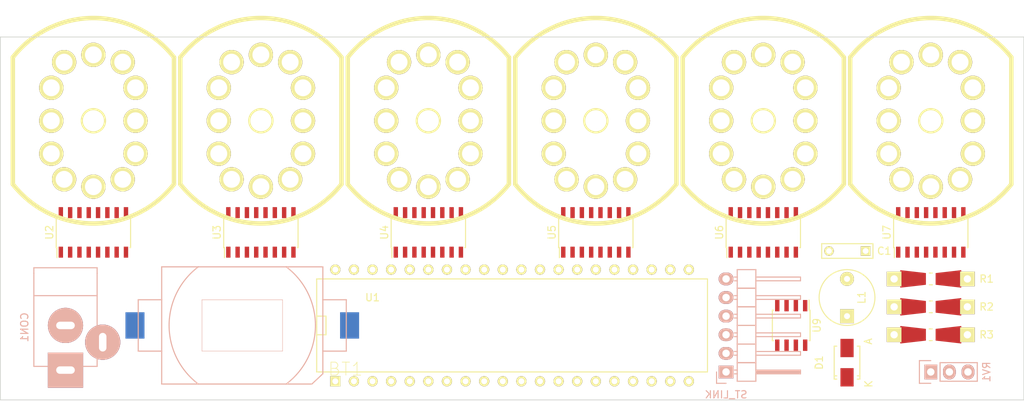
<source format=kicad_pcb>
(kicad_pcb (version 4) (host pcbnew "(2014-10-27 BZR 5228)-product")

  (general
    (links 141)
    (no_connects 141)
    (area 15.189999 9.79297 154.990001 67.089)
    (thickness 1.6)
    (drawings 4)
    (tracks 0)
    (zones 0)
    (modules 24)
    (nets 71)
  )

  (page A4)
  (layers
    (0 F.Cu signal)
    (31 B.Cu signal)
    (32 B.Adhes user)
    (33 F.Adhes user)
    (34 B.Paste user)
    (35 F.Paste user)
    (36 B.SilkS user)
    (37 F.SilkS user)
    (38 B.Mask user)
    (39 F.Mask user)
    (40 Dwgs.User user)
    (41 Cmts.User user)
    (42 Eco1.User user)
    (43 Eco2.User user)
    (44 Edge.Cuts user)
    (45 Margin user)
    (46 B.CrtYd user)
    (47 F.CrtYd user)
    (48 B.Fab user)
    (49 F.Fab user)
  )

  (setup
    (last_trace_width 0.254)
    (trace_clearance 0.254)
    (zone_clearance 0.508)
    (zone_45_only no)
    (trace_min 0.254)
    (segment_width 0.2)
    (edge_width 0.1)
    (via_size 0.889)
    (via_drill 0.635)
    (via_min_size 0.889)
    (via_min_drill 0.508)
    (uvia_size 0.508)
    (uvia_drill 0.127)
    (uvias_allowed no)
    (uvia_min_size 0.508)
    (uvia_min_drill 0.127)
    (pcb_text_width 0.3)
    (pcb_text_size 1.5 1.5)
    (mod_edge_width 0.15)
    (mod_text_size 1 1)
    (mod_text_width 0.15)
    (pad_size 2.59842 3.59918)
    (pad_drill 0)
    (pad_to_mask_clearance 0)
    (aux_axis_origin 15.24 15.24)
    (grid_origin 15.24 15.24)
    (visible_elements 7FFFFF7F)
    (pcbplotparams
      (layerselection 0x00030_80000001)
      (usegerberextensions false)
      (excludeedgelayer true)
      (linewidth 0.100000)
      (plotframeref false)
      (viasonmask false)
      (mode 1)
      (useauxorigin false)
      (hpglpennumber 1)
      (hpglpenspeed 20)
      (hpglpendiameter 15)
      (hpglpenoverlay 2)
      (psnegative false)
      (psa4output false)
      (plotreference true)
      (plotvalue true)
      (plotinvisibletext false)
      (padsonsilk false)
      (subtractmaskfromsilk false)
      (outputformat 1)
      (mirror false)
      (drillshape 1)
      (scaleselection 1)
      (outputdirectory ""))
  )

  (net 0 "")
  (net 1 /GND)
  (net 2 "Net-(C1-Pad2)")
  (net 3 /19v5)
  (net 4 "Net-(D1-Pad2)")
  (net 5 /7v2)
  (net 6 /3v3)
  (net 7 /SWCLK)
  (net 8 /SWDIO)
  (net 9 /RST)
  (net 10 "Net-(R1-Pad2)")
  (net 11 "Net-(R2-Pad1)")
  (net 12 "Net-(R2-Pad2)")
  (net 13 /DD)
  (net 14 /DC)
  (net 15 /DB)
  (net 16 /DA)
  (net 17 /STROBE6)
  (net 18 /STROBE5)
  (net 19 /STROBE4)
  (net 20 /STROBE3)
  (net 21 /STROBE2)
  (net 22 /STROBE1)
  (net 23 /Vbat)
  (net 24 "Net-(U2-Pad9)")
  (net 25 "Net-(U2-Pad10)")
  (net 26 "Net-(U2-Pad11)")
  (net 27 "Net-(U2-Pad12)")
  (net 28 "Net-(U2-Pad13)")
  (net 29 "Net-(U2-Pad14)")
  (net 30 "Net-(U2-Pad15)")
  (net 31 "Net-(U3-Pad9)")
  (net 32 "Net-(U3-Pad10)")
  (net 33 "Net-(U3-Pad11)")
  (net 34 "Net-(U3-Pad12)")
  (net 35 "Net-(U3-Pad13)")
  (net 36 "Net-(U3-Pad14)")
  (net 37 "Net-(U3-Pad15)")
  (net 38 "Net-(U4-Pad9)")
  (net 39 "Net-(U4-Pad10)")
  (net 40 "Net-(U4-Pad11)")
  (net 41 "Net-(U4-Pad12)")
  (net 42 "Net-(U4-Pad13)")
  (net 43 "Net-(U4-Pad14)")
  (net 44 "Net-(U4-Pad15)")
  (net 45 "Net-(U5-Pad9)")
  (net 46 "Net-(U5-Pad10)")
  (net 47 "Net-(U5-Pad11)")
  (net 48 "Net-(U5-Pad12)")
  (net 49 "Net-(U5-Pad13)")
  (net 50 "Net-(U5-Pad14)")
  (net 51 "Net-(U5-Pad15)")
  (net 52 "Net-(U6-Pad9)")
  (net 53 "Net-(U6-Pad10)")
  (net 54 "Net-(U6-Pad11)")
  (net 55 "Net-(U6-Pad12)")
  (net 56 "Net-(U6-Pad13)")
  (net 57 "Net-(U6-Pad14)")
  (net 58 "Net-(U6-Pad15)")
  (net 59 "Net-(U7-Pad9)")
  (net 60 "Net-(U7-Pad10)")
  (net 61 "Net-(U7-Pad11)")
  (net 62 "Net-(U7-Pad12)")
  (net 63 "Net-(U7-Pad13)")
  (net 64 "Net-(U7-Pad14)")
  (net 65 "Net-(U7-Pad15)")
  (net 66 "Net-(V1-Pad5)")
  (net 67 "Net-(V2-Pad12)")
  (net 68 "Net-(V2-Pad5)")
  (net 69 "Net-(V3-Pad12)")
  (net 70 "Net-(V3-Pad5)")

  (net_class Default "This is the default net class."
    (clearance 0.254)
    (trace_width 0.254)
    (via_dia 0.889)
    (via_drill 0.635)
    (uvia_dia 0.508)
    (uvia_drill 0.127)
    (add_net /DA)
    (add_net /DB)
    (add_net /DC)
    (add_net /DD)
    (add_net /RST)
    (add_net /STROBE1)
    (add_net /STROBE2)
    (add_net /STROBE3)
    (add_net /STROBE4)
    (add_net /STROBE5)
    (add_net /STROBE6)
    (add_net /SWCLK)
    (add_net /SWDIO)
    (add_net "Net-(C1-Pad2)")
    (add_net "Net-(D1-Pad2)")
    (add_net "Net-(R1-Pad2)")
    (add_net "Net-(R2-Pad1)")
    (add_net "Net-(R2-Pad2)")
    (add_net "Net-(U2-Pad10)")
    (add_net "Net-(U2-Pad11)")
    (add_net "Net-(U2-Pad12)")
    (add_net "Net-(U2-Pad13)")
    (add_net "Net-(U2-Pad14)")
    (add_net "Net-(U2-Pad15)")
    (add_net "Net-(U2-Pad9)")
    (add_net "Net-(U3-Pad10)")
    (add_net "Net-(U3-Pad11)")
    (add_net "Net-(U3-Pad12)")
    (add_net "Net-(U3-Pad13)")
    (add_net "Net-(U3-Pad14)")
    (add_net "Net-(U3-Pad15)")
    (add_net "Net-(U3-Pad9)")
    (add_net "Net-(U4-Pad10)")
    (add_net "Net-(U4-Pad11)")
    (add_net "Net-(U4-Pad12)")
    (add_net "Net-(U4-Pad13)")
    (add_net "Net-(U4-Pad14)")
    (add_net "Net-(U4-Pad15)")
    (add_net "Net-(U4-Pad9)")
    (add_net "Net-(U5-Pad10)")
    (add_net "Net-(U5-Pad11)")
    (add_net "Net-(U5-Pad12)")
    (add_net "Net-(U5-Pad13)")
    (add_net "Net-(U5-Pad14)")
    (add_net "Net-(U5-Pad15)")
    (add_net "Net-(U5-Pad9)")
    (add_net "Net-(U6-Pad10)")
    (add_net "Net-(U6-Pad11)")
    (add_net "Net-(U6-Pad12)")
    (add_net "Net-(U6-Pad13)")
    (add_net "Net-(U6-Pad14)")
    (add_net "Net-(U6-Pad15)")
    (add_net "Net-(U6-Pad9)")
    (add_net "Net-(U7-Pad10)")
    (add_net "Net-(U7-Pad11)")
    (add_net "Net-(U7-Pad12)")
    (add_net "Net-(U7-Pad13)")
    (add_net "Net-(U7-Pad14)")
    (add_net "Net-(U7-Pad15)")
    (add_net "Net-(U7-Pad9)")
    (add_net "Net-(V1-Pad5)")
    (add_net "Net-(V2-Pad12)")
    (add_net "Net-(V2-Pad5)")
    (add_net "Net-(V3-Pad12)")
    (add_net "Net-(V3-Pad5)")
  )

  (net_class Power ""
    (clearance 0.254)
    (trace_width 0.381)
    (via_dia 0.889)
    (via_drill 0.635)
    (uvia_dia 0.508)
    (uvia_drill 0.127)
    (add_net /19v5)
    (add_net /3v3)
    (add_net /7v2)
    (add_net /GND)
    (add_net /Vbat)
  )

  (module Diodes_SMD:Diode-SMA_Standard (layer F.Cu) (tedit 556BA7BB) (tstamp 556BA995)
    (at 130.81 59.69 90)
    (descr "Diode SMA")
    (tags "Diode SMA")
    (path /556B9B16)
    (attr smd)
    (fp_text reference D1 (at 0 -3.81 90) (layer F.SilkS)
      (effects (font (size 1 1) (thickness 0.15)))
    )
    (fp_text value DIODESCH (at 0 4.3 90) (layer F.Fab) hide
      (effects (font (size 1 1) (thickness 0.15)))
    )
    (fp_line (start -3.5 -2) (end 3.5 -2) (layer F.CrtYd) (width 0.05))
    (fp_line (start 3.5 -2) (end 3.5 2) (layer F.CrtYd) (width 0.05))
    (fp_line (start 3.5 2) (end -3.5 2) (layer F.CrtYd) (width 0.05))
    (fp_line (start -3.5 2) (end -3.5 -2) (layer F.CrtYd) (width 0.05))
    (fp_text user K (at -2.9 2.95 90) (layer F.SilkS)
      (effects (font (size 1 1) (thickness 0.15)))
    )
    (fp_text user A (at 2.9 2.9 90) (layer F.SilkS)
      (effects (font (size 1 1) (thickness 0.15)))
    )
    (fp_circle (center 0 0) (end 0.20066 -0.0508) (layer F.Adhes) (width 0.381))
    (fp_line (start -1.79914 1.75006) (end -1.79914 1.39954) (layer F.SilkS) (width 0.15))
    (fp_line (start -1.79914 -1.75006) (end -1.79914 -1.39954) (layer F.SilkS) (width 0.15))
    (fp_line (start 2.25044 1.75006) (end 2.25044 1.39954) (layer F.SilkS) (width 0.15))
    (fp_line (start -2.25044 1.75006) (end -2.25044 1.39954) (layer F.SilkS) (width 0.15))
    (fp_line (start -2.25044 -1.75006) (end -2.25044 -1.39954) (layer F.SilkS) (width 0.15))
    (fp_line (start 2.25044 -1.75006) (end 2.25044 -1.39954) (layer F.SilkS) (width 0.15))
    (fp_line (start -2.25044 1.75006) (end 2.25044 1.75006) (layer F.SilkS) (width 0.15))
    (fp_line (start -2.25044 -1.75006) (end 2.25044 -1.75006) (layer F.SilkS) (width 0.15))
    (pad 1 smd rect (at -1.99898 0 90) (size 2.49936 1.80086) (layers F.Cu F.Paste F.Mask)
      (net 1 /GND))
    (pad 2 smd rect (at 1.99898 0 90) (size 2.49936 1.80086) (layers F.Cu F.Paste F.Mask)
      (net 4 "Net-(D1-Pad2)"))
    (model Diodes_SMD.3dshapes/Diode-SMA_Standard.wrl
      (at (xyz 0 0 0))
      (scale (xyz 0.3937 0.3937 0.3937))
      (rotate (xyz 0 0 180))
    )
  )

  (module VFD:BATT2032-1060TR (layer B.Cu) (tedit 556BAFCC) (tstamp 556BA96B)
    (at 48.26 54.61)
    (descr "CR2032 20MM COIN CELL BATTERY SOCKET")
    (tags "CR2032 20MM COIN CELL BATTERY SOCKET")
    (path /556BB290)
    (attr smd)
    (fp_text reference BT1 (at 14.097 5.969) (layer F.SilkS)
      (effects (font (size 1.778 1.778) (thickness 0.0889)))
    )
    (fp_text value COIN_BATT (at 0 0) (layer B.SilkS) hide
      (effects (font (thickness 0.15)) (justify mirror))
    )
    (fp_line (start -5.4991 -3.49758) (end 5.4991 -3.49758) (layer B.SilkS) (width 0.06604))
    (fp_line (start 5.4991 -3.49758) (end 5.4991 3.49758) (layer B.SilkS) (width 0.06604))
    (fp_line (start -5.4991 3.49758) (end 5.4991 3.49758) (layer B.SilkS) (width 0.06604))
    (fp_line (start -5.4991 -3.49758) (end -5.4991 3.49758) (layer B.SilkS) (width 0.06604))
    (fp_line (start -10.9982 7.99846) (end -5.99948 7.99846) (layer B.SilkS) (width 0.1524))
    (fp_line (start -5.99948 7.99846) (end 5.99948 7.99846) (layer B.SilkS) (width 0.1524))
    (fp_line (start 5.99948 7.99846) (end 9.4996 7.99846) (layer B.SilkS) (width 0.1524))
    (fp_line (start 9.4996 7.99846) (end 10.9982 6.59892) (layer B.SilkS) (width 0.1524))
    (fp_line (start 10.9982 6.59892) (end 10.9982 3.50774) (layer B.SilkS) (width 0.1524))
    (fp_line (start 10.9982 3.50774) (end 10.9982 -3.50774) (layer B.SilkS) (width 0.1524))
    (fp_line (start 10.9982 -3.50774) (end 10.9982 -7.99846) (layer B.SilkS) (width 0.1524))
    (fp_line (start 10.9982 -7.99846) (end 5.99948 -7.99846) (layer B.SilkS) (width 0.1524))
    (fp_line (start 5.99948 -7.99846) (end -5.99948 -7.99846) (layer B.SilkS) (width 0.1524))
    (fp_line (start -5.99948 -7.99846) (end -10.9982 -7.99846) (layer B.SilkS) (width 0.1524))
    (fp_line (start -10.9982 -7.99846) (end -10.9982 -3.50774) (layer B.SilkS) (width 0.1524))
    (fp_line (start -10.9982 -3.50774) (end -10.9982 3.50774) (layer B.SilkS) (width 0.1524))
    (fp_line (start -10.9982 3.50774) (end -10.9982 7.99846) (layer B.SilkS) (width 0.1524))
    (fp_line (start 10.9982 3.50774) (end 14.1986 3.50774) (layer B.SilkS) (width 0.1524))
    (fp_line (start 14.1986 3.50774) (end 14.1986 1.79832) (layer B.SilkS) (width 0.1524))
    (fp_line (start 14.1986 -1.79832) (end 14.1986 -3.50774) (layer B.SilkS) (width 0.1524))
    (fp_line (start 14.1986 -3.50774) (end 10.9982 -3.50774) (layer B.SilkS) (width 0.1524))
    (fp_line (start -10.9982 3.50774) (end -14.1986 3.50774) (layer B.SilkS) (width 0.1524))
    (fp_line (start -14.1986 3.50774) (end -14.1986 1.79832) (layer B.SilkS) (width 0.1524))
    (fp_line (start -14.1986 -1.79832) (end -14.1986 -3.50774) (layer B.SilkS) (width 0.1524))
    (fp_line (start -14.1986 -3.50774) (end -10.9982 -3.50774) (layer B.SilkS) (width 0.1524))
    (fp_line (start -14.1986 1.79832) (end -14.1986 -1.79832) (layer B.SilkS) (width 0.1524))
    (fp_line (start 14.1986 1.79832) (end 14.1986 -1.79832) (layer B.SilkS) (width 0.1524))
    (fp_arc (start -0.02794 0) (end 5.99948 7.99846) (angle -106) (layer B.SilkS) (width 0.1524))
    (fp_arc (start 0.02794 0) (end -5.99948 -7.99846) (angle -106) (layer B.SilkS) (width 0.1524))
    (pad 1 smd rect (at 14.64818 0) (size 2.59842 3.59918) (layers B.Cu B.Paste B.Mask)
      (net 23 /Vbat))
    (pad 2 smd rect (at -14.64818 0) (size 2.59842 3.59918) (layers B.Cu B.Paste B.Mask)
      (net 1 /GND))
  )

  (module Capacitors_ThroughHole:C_Rect_L7_W2_P5 (layer F.Cu) (tedit 556BA825) (tstamp 556BA979)
    (at 133.35 44.45 180)
    (descr "Film Capacitor Length 7 x Width 2mm, Pitch 5mm")
    (tags Capacitor)
    (path /556B8E09)
    (fp_text reference C1 (at -2.54 0 180) (layer F.SilkS)
      (effects (font (size 1 1) (thickness 0.15)))
    )
    (fp_text value 330p (at 2.5 2.5 180) (layer F.Fab) hide
      (effects (font (size 1 1) (thickness 0.15)))
    )
    (fp_line (start -1.25 -1.25) (end 6.25 -1.25) (layer F.CrtYd) (width 0.05))
    (fp_line (start 6.25 -1.25) (end 6.25 1.25) (layer F.CrtYd) (width 0.05))
    (fp_line (start 6.25 1.25) (end -1.25 1.25) (layer F.CrtYd) (width 0.05))
    (fp_line (start -1.25 1.25) (end -1.25 -1.25) (layer F.CrtYd) (width 0.05))
    (fp_line (start -1 -1) (end 6 -1) (layer F.SilkS) (width 0.15))
    (fp_line (start 6 -1) (end 6 1) (layer F.SilkS) (width 0.15))
    (fp_line (start 6 1) (end -1 1) (layer F.SilkS) (width 0.15))
    (fp_line (start -1 1) (end -1 -1) (layer F.SilkS) (width 0.15))
    (pad 1 thru_hole rect (at 0 0 180) (size 1.3 1.3) (drill 0.8) (layers *.Cu *.Mask F.SilkS)
      (net 1 /GND))
    (pad 2 thru_hole circle (at 5 0 180) (size 1.3 1.3) (drill 0.8) (layers *.Cu *.Mask F.SilkS)
      (net 2 "Net-(C1-Pad2)"))
    (model Capacitors_ThroughHole.3dshapes/C_Rect_L7_W2_P5.wrl
      (at (xyz 0.098425 0 0))
      (scale (xyz 1 1 1))
      (rotate (xyz 0 0 0))
    )
  )

  (module Connect:JACK_ALIM (layer B.Cu) (tedit 556BAE56) (tstamp 556BA980)
    (at 24.13 54.61 270)
    (descr "module 1 pin (ou trou mecanique de percage)")
    (tags "CONN JACK")
    (path /556B8A83)
    (fp_text reference CON1 (at 0.254 5.588 270) (layer B.SilkS)
      (effects (font (size 1 1) (thickness 0.15)) (justify mirror))
    )
    (fp_text value BARREL_JACK_2 (at -5.08 -5.588 270) (layer B.Fab) hide
      (effects (font (size 1 1) (thickness 0.15)) (justify mirror))
    )
    (fp_line (start -7.112 4.318) (end -7.874 4.318) (layer B.SilkS) (width 0.15))
    (fp_line (start -7.874 4.318) (end -7.874 -4.318) (layer B.SilkS) (width 0.15))
    (fp_line (start -7.874 -4.318) (end -7.112 -4.318) (layer B.SilkS) (width 0.15))
    (fp_line (start -4.064 4.318) (end -4.064 -4.318) (layer B.SilkS) (width 0.15))
    (fp_line (start 5.588 4.318) (end 5.588 -4.318) (layer B.SilkS) (width 0.15))
    (fp_line (start -7.112 -4.318) (end 5.588 -4.318) (layer B.SilkS) (width 0.15))
    (fp_line (start -7.112 4.318) (end 5.588 4.318) (layer B.SilkS) (width 0.15))
    (pad 2 thru_hole circle (at 0 0 270) (size 4.8006 4.8006) (drill oval 1.016 2.54) (layers *.Cu *.Mask B.SilkS)
      (net 1 /GND))
    (pad 1 thru_hole rect (at 6.096 0 270) (size 4.8006 4.8006) (drill oval 1.016 2.54) (layers *.Cu *.Mask B.SilkS)
      (net 3 /19v5))
    (pad 3 thru_hole circle (at 2.286 -5.08 270) (size 4.8006 4.8006) (drill oval 2.54 1.016) (layers *.Cu *.Mask B.SilkS))
    (model Connect.3dshapes/JACK_ALIM.wrl
      (at (xyz 0 0 0))
      (scale (xyz 0.8 0.8 0.8))
      (rotate (xyz 0 0 0))
    )
  )

  (module Inductors:INDUCTOR_V (layer F.Cu) (tedit 556BA438) (tstamp 556BA99B)
    (at 130.81 50.8 90)
    (descr "Inductor (vertical)")
    (tags INDUCTOR)
    (path /556B999E)
    (fp_text reference L1 (at 0 1.99898 90) (layer F.SilkS)
      (effects (font (size 1 1) (thickness 0.15)))
    )
    (fp_text value 68u (at 0.09906 -1.99898 90) (layer F.Fab)
      (effects (font (size 1 1) (thickness 0.15)))
    )
    (fp_circle (center 0 0) (end 3.81 0) (layer F.SilkS) (width 0.15))
    (pad 1 thru_hole rect (at -2.54 0 90) (size 1.905 1.905) (drill 0.8128) (layers *.Cu *.Mask F.SilkS)
      (net 4 "Net-(D1-Pad2)"))
    (pad 2 thru_hole circle (at 2.54 0 90) (size 1.905 1.905) (drill 0.8128) (layers *.Cu *.Mask F.SilkS)
      (net 5 /7v2))
    (model Inductors.3dshapes/INDUCTOR_V.wrl
      (at (xyz 0 0 0))
      (scale (xyz 2 2 2))
      (rotate (xyz 0 0 0))
    )
  )

  (module Pin_Headers:Pin_Header_Angled_1x06 (layer B.Cu) (tedit 556BB05C) (tstamp 556BA9A5)
    (at 114.3 60.96)
    (descr "Through hole pin header")
    (tags "pin header")
    (path /556B80D4)
    (fp_text reference P1 (at 0 5.1) (layer B.SilkS) hide
      (effects (font (size 1 1) (thickness 0.15)) (justify mirror))
    )
    (fp_text value ST_LINK (at 0 3.1) (layer B.SilkS)
      (effects (font (size 1 1) (thickness 0.15)) (justify mirror))
    )
    (fp_line (start -1.5 1.75) (end -1.5 -14.45) (layer B.CrtYd) (width 0.05))
    (fp_line (start 10.65 1.75) (end 10.65 -14.45) (layer B.CrtYd) (width 0.05))
    (fp_line (start -1.5 1.75) (end 10.65 1.75) (layer B.CrtYd) (width 0.05))
    (fp_line (start -1.5 -14.45) (end 10.65 -14.45) (layer B.CrtYd) (width 0.05))
    (fp_line (start -1.3 1.55) (end -1.3 0) (layer B.SilkS) (width 0.15))
    (fp_line (start 0 1.55) (end -1.3 1.55) (layer B.SilkS) (width 0.15))
    (fp_line (start 4.191 0.127) (end 10.033 0.127) (layer B.SilkS) (width 0.15))
    (fp_line (start 10.033 0.127) (end 10.033 -0.127) (layer B.SilkS) (width 0.15))
    (fp_line (start 10.033 -0.127) (end 4.191 -0.127) (layer B.SilkS) (width 0.15))
    (fp_line (start 4.191 -0.127) (end 4.191 0) (layer B.SilkS) (width 0.15))
    (fp_line (start 4.191 0) (end 10.033 0) (layer B.SilkS) (width 0.15))
    (fp_line (start 1.524 0.254) (end 1.143 0.254) (layer B.SilkS) (width 0.15))
    (fp_line (start 1.524 -0.254) (end 1.143 -0.254) (layer B.SilkS) (width 0.15))
    (fp_line (start 1.524 -2.286) (end 1.143 -2.286) (layer B.SilkS) (width 0.15))
    (fp_line (start 1.524 -2.794) (end 1.143 -2.794) (layer B.SilkS) (width 0.15))
    (fp_line (start 1.524 -4.826) (end 1.143 -4.826) (layer B.SilkS) (width 0.15))
    (fp_line (start 1.524 -5.334) (end 1.143 -5.334) (layer B.SilkS) (width 0.15))
    (fp_line (start 1.524 -12.954) (end 1.143 -12.954) (layer B.SilkS) (width 0.15))
    (fp_line (start 1.524 -12.446) (end 1.143 -12.446) (layer B.SilkS) (width 0.15))
    (fp_line (start 1.524 -10.414) (end 1.143 -10.414) (layer B.SilkS) (width 0.15))
    (fp_line (start 1.524 -9.906) (end 1.143 -9.906) (layer B.SilkS) (width 0.15))
    (fp_line (start 1.524 -7.874) (end 1.143 -7.874) (layer B.SilkS) (width 0.15))
    (fp_line (start 1.524 -7.366) (end 1.143 -7.366) (layer B.SilkS) (width 0.15))
    (fp_line (start 1.524 1.27) (end 4.064 1.27) (layer B.SilkS) (width 0.15))
    (fp_line (start 1.524 -1.27) (end 4.064 -1.27) (layer B.SilkS) (width 0.15))
    (fp_line (start 1.524 -1.27) (end 1.524 -3.81) (layer B.SilkS) (width 0.15))
    (fp_line (start 1.524 -3.81) (end 4.064 -3.81) (layer B.SilkS) (width 0.15))
    (fp_line (start 4.064 -2.286) (end 10.16 -2.286) (layer B.SilkS) (width 0.15))
    (fp_line (start 10.16 -2.286) (end 10.16 -2.794) (layer B.SilkS) (width 0.15))
    (fp_line (start 10.16 -2.794) (end 4.064 -2.794) (layer B.SilkS) (width 0.15))
    (fp_line (start 4.064 -3.81) (end 4.064 -1.27) (layer B.SilkS) (width 0.15))
    (fp_line (start 4.064 -1.27) (end 4.064 1.27) (layer B.SilkS) (width 0.15))
    (fp_line (start 10.16 -0.254) (end 4.064 -0.254) (layer B.SilkS) (width 0.15))
    (fp_line (start 10.16 0.254) (end 10.16 -0.254) (layer B.SilkS) (width 0.15))
    (fp_line (start 4.064 0.254) (end 10.16 0.254) (layer B.SilkS) (width 0.15))
    (fp_line (start 1.524 -1.27) (end 4.064 -1.27) (layer B.SilkS) (width 0.15))
    (fp_line (start 1.524 1.27) (end 1.524 -1.27) (layer B.SilkS) (width 0.15))
    (fp_line (start 1.524 -8.89) (end 4.064 -8.89) (layer B.SilkS) (width 0.15))
    (fp_line (start 1.524 -8.89) (end 1.524 -11.43) (layer B.SilkS) (width 0.15))
    (fp_line (start 1.524 -11.43) (end 4.064 -11.43) (layer B.SilkS) (width 0.15))
    (fp_line (start 4.064 -9.906) (end 10.16 -9.906) (layer B.SilkS) (width 0.15))
    (fp_line (start 10.16 -9.906) (end 10.16 -10.414) (layer B.SilkS) (width 0.15))
    (fp_line (start 10.16 -10.414) (end 4.064 -10.414) (layer B.SilkS) (width 0.15))
    (fp_line (start 4.064 -11.43) (end 4.064 -8.89) (layer B.SilkS) (width 0.15))
    (fp_line (start 4.064 -13.97) (end 4.064 -11.43) (layer B.SilkS) (width 0.15))
    (fp_line (start 10.16 -12.954) (end 4.064 -12.954) (layer B.SilkS) (width 0.15))
    (fp_line (start 10.16 -12.446) (end 10.16 -12.954) (layer B.SilkS) (width 0.15))
    (fp_line (start 4.064 -12.446) (end 10.16 -12.446) (layer B.SilkS) (width 0.15))
    (fp_line (start 1.524 -13.97) (end 4.064 -13.97) (layer B.SilkS) (width 0.15))
    (fp_line (start 1.524 -11.43) (end 1.524 -13.97) (layer B.SilkS) (width 0.15))
    (fp_line (start 1.524 -11.43) (end 4.064 -11.43) (layer B.SilkS) (width 0.15))
    (fp_line (start 1.524 -6.35) (end 4.064 -6.35) (layer B.SilkS) (width 0.15))
    (fp_line (start 1.524 -6.35) (end 1.524 -8.89) (layer B.SilkS) (width 0.15))
    (fp_line (start 1.524 -8.89) (end 4.064 -8.89) (layer B.SilkS) (width 0.15))
    (fp_line (start 4.064 -7.366) (end 10.16 -7.366) (layer B.SilkS) (width 0.15))
    (fp_line (start 10.16 -7.366) (end 10.16 -7.874) (layer B.SilkS) (width 0.15))
    (fp_line (start 10.16 -7.874) (end 4.064 -7.874) (layer B.SilkS) (width 0.15))
    (fp_line (start 4.064 -8.89) (end 4.064 -6.35) (layer B.SilkS) (width 0.15))
    (fp_line (start 4.064 -6.35) (end 4.064 -3.81) (layer B.SilkS) (width 0.15))
    (fp_line (start 10.16 -5.334) (end 4.064 -5.334) (layer B.SilkS) (width 0.15))
    (fp_line (start 10.16 -4.826) (end 10.16 -5.334) (layer B.SilkS) (width 0.15))
    (fp_line (start 4.064 -4.826) (end 10.16 -4.826) (layer B.SilkS) (width 0.15))
    (fp_line (start 1.524 -6.35) (end 4.064 -6.35) (layer B.SilkS) (width 0.15))
    (fp_line (start 1.524 -3.81) (end 1.524 -6.35) (layer B.SilkS) (width 0.15))
    (fp_line (start 1.524 -3.81) (end 4.064 -3.81) (layer B.SilkS) (width 0.15))
    (pad 1 thru_hole rect (at 0 0) (size 2.032 1.7272) (drill 1.016) (layers *.Cu *.Mask B.SilkS)
      (net 6 /3v3))
    (pad 2 thru_hole oval (at 0 -2.54) (size 2.032 1.7272) (drill 1.016) (layers *.Cu *.Mask B.SilkS)
      (net 7 /SWCLK))
    (pad 3 thru_hole oval (at 0 -5.08) (size 2.032 1.7272) (drill 1.016) (layers *.Cu *.Mask B.SilkS)
      (net 1 /GND))
    (pad 4 thru_hole oval (at 0 -7.62) (size 2.032 1.7272) (drill 1.016) (layers *.Cu *.Mask B.SilkS)
      (net 8 /SWDIO))
    (pad 5 thru_hole oval (at 0 -10.16) (size 2.032 1.7272) (drill 1.016) (layers *.Cu *.Mask B.SilkS)
      (net 9 /RST))
    (pad 6 thru_hole oval (at 0 -12.7) (size 2.032 1.7272) (drill 1.016) (layers *.Cu *.Mask B.SilkS))
    (model Pin_Headers.3dshapes/Pin_Header_Angled_1x06.wrl
      (at (xyz 0 -0.25 0))
      (scale (xyz 1 1 1))
      (rotate (xyz 0 0 90))
    )
  )

  (module Resistors_Universal:Resistor_SMD+THTuniversal_0805to1206_RM10_HandSoldering (layer F.Cu) (tedit 556BA807) (tstamp 556BA9AD)
    (at 142.24 48.26 180)
    (descr "Resistor, SMD and THT, universal, 0805 to 1206,RM10,  Hand soldering,")
    (tags "Resistor, SMD and THT, universal, 0805 to 1206, RM10, Hand soldering,")
    (path /556B8F10)
    (fp_text reference R1 (at -7.62 0 180) (layer F.SilkS)
      (effects (font (size 1 1) (thickness 0.15)))
    )
    (fp_text value 0.22 (at -0.39878 4.20116 180) (layer F.Fab) hide
      (effects (font (size 1 1) (thickness 0.15)))
    )
    (fp_line (start 0 0.8001) (end 0.20066 0.8001) (layer F.SilkS) (width 0.15))
    (fp_line (start 0 0.8001) (end -0.20066 0.8001) (layer F.SilkS) (width 0.15))
    (fp_line (start -0.09906 -0.8001) (end -0.20066 -0.8001) (layer F.SilkS) (width 0.15))
    (fp_line (start -0.20066 -0.8001) (end 0.20066 -0.8001) (layer F.SilkS) (width 0.15))
    (pad 1 smd trapezoid (at -2.413 0 180) (size 3.50012 1.99898) (rect_delta 0.39878 0 ) (layers F.Cu F.Paste F.Mask)
      (net 3 /19v5))
    (pad 2 smd trapezoid (at 2.413 0) (size 3.50012 1.99898) (rect_delta 0.39878 0 ) (layers F.Cu F.Paste F.Mask)
      (net 10 "Net-(R1-Pad2)"))
    (pad 1 thru_hole rect (at -5.00126 0) (size 1.99898 1.99898) (drill 1.00076) (layers *.Cu *.Mask F.SilkS)
      (net 3 /19v5))
    (pad 2 thru_hole rect (at 5.00126 0) (size 1.99898 1.99898) (drill 1.00076) (layers *.Cu *.Mask F.SilkS)
      (net 10 "Net-(R1-Pad2)"))
  )

  (module Resistors_Universal:Resistor_SMD+THTuniversal_0805to1206_RM10_HandSoldering (layer F.Cu) (tedit 556BA814) (tstamp 556BA9B5)
    (at 142.24 52.07 180)
    (descr "Resistor, SMD and THT, universal, 0805 to 1206,RM10,  Hand soldering,")
    (tags "Resistor, SMD and THT, universal, 0805 to 1206, RM10, Hand soldering,")
    (path /556BA106)
    (fp_text reference R2 (at -7.62 0 180) (layer F.SilkS)
      (effects (font (size 1 1) (thickness 0.15)))
    )
    (fp_text value 12k (at -0.39878 4.20116 180) (layer F.Fab) hide
      (effects (font (size 1 1) (thickness 0.15)))
    )
    (fp_line (start 0 0.8001) (end 0.20066 0.8001) (layer F.SilkS) (width 0.15))
    (fp_line (start 0 0.8001) (end -0.20066 0.8001) (layer F.SilkS) (width 0.15))
    (fp_line (start -0.09906 -0.8001) (end -0.20066 -0.8001) (layer F.SilkS) (width 0.15))
    (fp_line (start -0.20066 -0.8001) (end 0.20066 -0.8001) (layer F.SilkS) (width 0.15))
    (pad 1 smd trapezoid (at -2.413 0 180) (size 3.50012 1.99898) (rect_delta 0.39878 0 ) (layers F.Cu F.Paste F.Mask)
      (net 11 "Net-(R2-Pad1)"))
    (pad 2 smd trapezoid (at 2.413 0) (size 3.50012 1.99898) (rect_delta 0.39878 0 ) (layers F.Cu F.Paste F.Mask)
      (net 12 "Net-(R2-Pad2)"))
    (pad 1 thru_hole rect (at -5.00126 0) (size 1.99898 1.99898) (drill 1.00076) (layers *.Cu *.Mask F.SilkS)
      (net 11 "Net-(R2-Pad1)"))
    (pad 2 thru_hole rect (at 5.00126 0) (size 1.99898 1.99898) (drill 1.00076) (layers *.Cu *.Mask F.SilkS)
      (net 12 "Net-(R2-Pad2)"))
  )

  (module Resistors_Universal:Resistor_SMD+THTuniversal_0805to1206_RM10_HandSoldering (layer F.Cu) (tedit 556BA809) (tstamp 556BA9BD)
    (at 142.24 55.88)
    (descr "Resistor, SMD and THT, universal, 0805 to 1206,RM10,  Hand soldering,")
    (tags "Resistor, SMD and THT, universal, 0805 to 1206, RM10, Hand soldering,")
    (path /556B9F22)
    (fp_text reference R3 (at 7.62 0) (layer F.SilkS)
      (effects (font (size 1 1) (thickness 0.15)))
    )
    (fp_text value 59.5k (at -0.39878 4.20116) (layer F.Fab) hide
      (effects (font (size 1 1) (thickness 0.15)))
    )
    (fp_line (start 0 0.8001) (end 0.20066 0.8001) (layer F.SilkS) (width 0.15))
    (fp_line (start 0 0.8001) (end -0.20066 0.8001) (layer F.SilkS) (width 0.15))
    (fp_line (start -0.09906 -0.8001) (end -0.20066 -0.8001) (layer F.SilkS) (width 0.15))
    (fp_line (start -0.20066 -0.8001) (end 0.20066 -0.8001) (layer F.SilkS) (width 0.15))
    (pad 1 smd trapezoid (at -2.413 0) (size 3.50012 1.99898) (rect_delta 0.39878 0 ) (layers F.Cu F.Paste F.Mask)
      (net 5 /7v2))
    (pad 2 smd trapezoid (at 2.413 0 180) (size 3.50012 1.99898) (rect_delta 0.39878 0 ) (layers F.Cu F.Paste F.Mask)
      (net 12 "Net-(R2-Pad2)"))
    (pad 1 thru_hole rect (at -5.00126 0 180) (size 1.99898 1.99898) (drill 1.00076) (layers *.Cu *.Mask F.SilkS)
      (net 5 /7v2))
    (pad 2 thru_hole rect (at 5.00126 0 180) (size 1.99898 1.99898) (drill 1.00076) (layers *.Cu *.Mask F.SilkS)
      (net 12 "Net-(R2-Pad2)"))
  )

  (module Pin_Headers:Pin_Header_Straight_1x03 (layer B.Cu) (tedit 556BB06A) (tstamp 556BA9C4)
    (at 142.24 60.96 270)
    (descr "Through hole pin header")
    (tags "pin header")
    (path /556BA143)
    (fp_text reference RV1 (at 0 -7.62 270) (layer B.SilkS)
      (effects (font (size 1 1) (thickness 0.15)) (justify mirror))
    )
    (fp_text value 1k (at 0 3.1 270) (layer B.Fab) hide
      (effects (font (size 1 1) (thickness 0.15)) (justify mirror))
    )
    (fp_line (start -1.75 1.75) (end -1.75 -6.85) (layer B.CrtYd) (width 0.05))
    (fp_line (start 1.75 1.75) (end 1.75 -6.85) (layer B.CrtYd) (width 0.05))
    (fp_line (start -1.75 1.75) (end 1.75 1.75) (layer B.CrtYd) (width 0.05))
    (fp_line (start -1.75 -6.85) (end 1.75 -6.85) (layer B.CrtYd) (width 0.05))
    (fp_line (start -1.27 -1.27) (end -1.27 -6.35) (layer B.SilkS) (width 0.15))
    (fp_line (start -1.27 -6.35) (end 1.27 -6.35) (layer B.SilkS) (width 0.15))
    (fp_line (start 1.27 -6.35) (end 1.27 -1.27) (layer B.SilkS) (width 0.15))
    (fp_line (start 1.55 1.55) (end 1.55 0) (layer B.SilkS) (width 0.15))
    (fp_line (start 1.27 -1.27) (end -1.27 -1.27) (layer B.SilkS) (width 0.15))
    (fp_line (start -1.55 0) (end -1.55 1.55) (layer B.SilkS) (width 0.15))
    (fp_line (start -1.55 1.55) (end 1.55 1.55) (layer B.SilkS) (width 0.15))
    (pad 1 thru_hole rect (at 0 0 270) (size 2.032 1.7272) (drill 1.016) (layers *.Cu *.Mask B.SilkS))
    (pad 2 thru_hole oval (at 0 -2.54 270) (size 2.032 1.7272) (drill 1.016) (layers *.Cu *.Mask B.SilkS)
      (net 1 /GND))
    (pad 3 thru_hole oval (at 0 -5.08 270) (size 2.032 1.7272) (drill 1.016) (layers *.Cu *.Mask B.SilkS)
      (net 11 "Net-(R2-Pad1)"))
    (model Pin_Headers.3dshapes/Pin_Header_Straight_1x03.wrl
      (at (xyz 0 -0.1 0))
      (scale (xyz 1 1 1))
      (rotate (xyz 0 0 90))
    )
  )

  (module Sockets_DIP:DIP-40__600 (layer F.Cu) (tedit 556BA438) (tstamp 556BA9F0)
    (at 85.09 54.61)
    (descr "Module Dil 40 pins, pads ronds, e=600 mils")
    (tags DIL)
    (path /556B3F72)
    (fp_text reference U1 (at -19.05 -3.81) (layer F.SilkS)
      (effects (font (size 1 1) (thickness 0.15)))
    )
    (fp_text value "Maple_Mini_(BTE14-07)" (at 13.97 2.54) (layer F.Fab)
      (effects (font (size 1 1) (thickness 0.15)))
    )
    (fp_line (start -26.67 -1.27) (end -25.4 -1.27) (layer F.SilkS) (width 0.15))
    (fp_line (start -25.4 -1.27) (end -25.4 1.27) (layer F.SilkS) (width 0.15))
    (fp_line (start -25.4 1.27) (end -26.67 1.27) (layer F.SilkS) (width 0.15))
    (fp_line (start -26.67 -6.35) (end 26.67 -6.35) (layer F.SilkS) (width 0.15))
    (fp_line (start 26.67 -6.35) (end 26.67 6.35) (layer F.SilkS) (width 0.15))
    (fp_line (start 26.67 6.35) (end -26.67 6.35) (layer F.SilkS) (width 0.15))
    (fp_line (start -26.67 6.35) (end -26.67 -6.35) (layer F.SilkS) (width 0.15))
    (pad 1 thru_hole rect (at -24.13 7.62) (size 1.397 1.397) (drill 0.8128) (layers *.Cu *.Mask F.SilkS)
      (net 6 /3v3))
    (pad 2 thru_hole circle (at -21.59 7.62) (size 1.397 1.397) (drill 0.8128) (layers *.Cu *.Mask F.SilkS)
      (net 1 /GND))
    (pad 3 thru_hole circle (at -19.05 7.62) (size 1.397 1.397) (drill 0.8128) (layers *.Cu *.Mask F.SilkS))
    (pad 4 thru_hole circle (at -16.51 7.62) (size 1.397 1.397) (drill 0.8128) (layers *.Cu *.Mask F.SilkS))
    (pad 5 thru_hole circle (at -13.97 7.62) (size 1.397 1.397) (drill 0.8128) (layers *.Cu *.Mask F.SilkS)
      (net 13 /DD))
    (pad 6 thru_hole circle (at -11.43 7.62) (size 1.397 1.397) (drill 0.8128) (layers *.Cu *.Mask F.SilkS)
      (net 14 /DC))
    (pad 7 thru_hole circle (at -8.89 7.62) (size 1.397 1.397) (drill 0.8128) (layers *.Cu *.Mask F.SilkS)
      (net 15 /DB))
    (pad 8 thru_hole circle (at -6.35 7.62) (size 1.397 1.397) (drill 0.8128) (layers *.Cu *.Mask F.SilkS)
      (net 16 /DA))
    (pad 9 thru_hole circle (at -3.81 7.62) (size 1.397 1.397) (drill 0.8128) (layers *.Cu *.Mask F.SilkS))
    (pad 10 thru_hole circle (at -1.27 7.62) (size 1.397 1.397) (drill 0.8128) (layers *.Cu *.Mask F.SilkS)
      (net 7 /SWCLK))
    (pad 11 thru_hole circle (at 1.27 7.62) (size 1.397 1.397) (drill 0.8128) (layers *.Cu *.Mask F.SilkS)
      (net 8 /SWDIO))
    (pad 12 thru_hole circle (at 3.81 7.62) (size 1.397 1.397) (drill 0.8128) (layers *.Cu *.Mask F.SilkS))
    (pad 13 thru_hole circle (at 6.35 7.62) (size 1.397 1.397) (drill 0.8128) (layers *.Cu *.Mask F.SilkS))
    (pad 14 thru_hole circle (at 8.89 7.62) (size 1.397 1.397) (drill 0.8128) (layers *.Cu *.Mask F.SilkS))
    (pad 15 thru_hole circle (at 11.43 7.62) (size 1.397 1.397) (drill 0.8128) (layers *.Cu *.Mask F.SilkS))
    (pad 16 thru_hole circle (at 13.97 7.62) (size 1.397 1.397) (drill 0.8128) (layers *.Cu *.Mask F.SilkS))
    (pad 17 thru_hole circle (at 16.51 7.62) (size 1.397 1.397) (drill 0.8128) (layers *.Cu *.Mask F.SilkS))
    (pad 18 thru_hole circle (at 19.05 7.62) (size 1.397 1.397) (drill 0.8128) (layers *.Cu *.Mask F.SilkS))
    (pad 19 thru_hole circle (at 21.59 7.62) (size 1.397 1.397) (drill 0.8128) (layers *.Cu *.Mask F.SilkS))
    (pad 20 thru_hole circle (at 24.13 7.62) (size 1.397 1.397) (drill 0.8128) (layers *.Cu *.Mask F.SilkS))
    (pad 21 thru_hole circle (at 24.13 -7.62) (size 1.397 1.397) (drill 0.8128) (layers *.Cu *.Mask F.SilkS)
      (net 5 /7v2))
    (pad 22 thru_hole circle (at 21.59 -7.62) (size 1.397 1.397) (drill 0.8128) (layers *.Cu *.Mask F.SilkS))
    (pad 23 thru_hole circle (at 19.05 -7.62) (size 1.397 1.397) (drill 0.8128) (layers *.Cu *.Mask F.SilkS))
    (pad 24 thru_hole circle (at 16.51 -7.62) (size 1.397 1.397) (drill 0.8128) (layers *.Cu *.Mask F.SilkS))
    (pad 25 thru_hole circle (at 13.97 -7.62) (size 1.397 1.397) (drill 0.8128) (layers *.Cu *.Mask F.SilkS))
    (pad 26 thru_hole circle (at 11.43 -7.62) (size 1.397 1.397) (drill 0.8128) (layers *.Cu *.Mask F.SilkS))
    (pad 27 thru_hole circle (at 8.89 -7.62) (size 1.397 1.397) (drill 0.8128) (layers *.Cu *.Mask F.SilkS))
    (pad 28 thru_hole circle (at 6.35 -7.62) (size 1.397 1.397) (drill 0.8128) (layers *.Cu *.Mask F.SilkS)
      (net 17 /STROBE6))
    (pad 29 thru_hole circle (at 3.81 -7.62) (size 1.397 1.397) (drill 0.8128) (layers *.Cu *.Mask F.SilkS)
      (net 18 /STROBE5))
    (pad 30 thru_hole circle (at 1.27 -7.62) (size 1.397 1.397) (drill 0.8128) (layers *.Cu *.Mask F.SilkS)
      (net 19 /STROBE4))
    (pad 31 thru_hole circle (at -1.27 -7.62) (size 1.397 1.397) (drill 0.8128) (layers *.Cu *.Mask F.SilkS)
      (net 20 /STROBE3))
    (pad 32 thru_hole circle (at -3.81 -7.62) (size 1.397 1.397) (drill 0.8128) (layers *.Cu *.Mask F.SilkS)
      (net 21 /STROBE2))
    (pad 33 thru_hole circle (at -6.35 -7.62) (size 1.397 1.397) (drill 0.8128) (layers *.Cu *.Mask F.SilkS)
      (net 22 /STROBE1))
    (pad 34 thru_hole circle (at -8.89 -7.62) (size 1.397 1.397) (drill 0.8128) (layers *.Cu *.Mask F.SilkS)
      (net 9 /RST))
    (pad 35 thru_hole circle (at -11.43 -7.62) (size 1.397 1.397) (drill 0.8128) (layers *.Cu *.Mask F.SilkS))
    (pad 36 thru_hole circle (at -13.97 -7.62) (size 1.397 1.397) (drill 0.8128) (layers *.Cu *.Mask F.SilkS))
    (pad 37 thru_hole circle (at -16.51 -7.62) (size 1.397 1.397) (drill 0.8128) (layers *.Cu *.Mask F.SilkS))
    (pad 38 thru_hole circle (at -19.05 -7.62) (size 1.397 1.397) (drill 0.8128) (layers *.Cu *.Mask F.SilkS)
      (net 23 /Vbat))
    (pad 39 thru_hole circle (at -21.59 -7.62) (size 1.397 1.397) (drill 0.8128) (layers *.Cu *.Mask F.SilkS)
      (net 1 /GND))
    (pad 40 thru_hole circle (at -24.13 -7.62) (size 1.397 1.397) (drill 0.8128) (layers *.Cu *.Mask F.SilkS))
    (model Sockets_DIP.3dshapes/DIP-40__600.wrl
      (at (xyz 0 0 0))
      (scale (xyz 1 1 1))
      (rotate (xyz 0 0 0))
    )
  )

  (module Housings_SOIC:SOIC-16_3.9x9.9mm_Pitch1.27mm (layer F.Cu) (tedit 54130A77) (tstamp 556BAA0F)
    (at 27.94 41.91 90)
    (descr "16-Lead Plastic Small Outline (SL) - Narrow, 3.90 mm Body [SOIC] (see Microchip Packaging Specification 00000049BS.pdf)")
    (tags "SOIC 1.27")
    (path /556B95D9)
    (attr smd)
    (fp_text reference U2 (at 0 -6 90) (layer F.SilkS)
      (effects (font (size 1 1) (thickness 0.15)))
    )
    (fp_text value CD4056 (at 0 6 90) (layer F.Fab)
      (effects (font (size 1 1) (thickness 0.15)))
    )
    (fp_line (start -3.7 -5.25) (end -3.7 5.25) (layer F.CrtYd) (width 0.05))
    (fp_line (start 3.7 -5.25) (end 3.7 5.25) (layer F.CrtYd) (width 0.05))
    (fp_line (start -3.7 -5.25) (end 3.7 -5.25) (layer F.CrtYd) (width 0.05))
    (fp_line (start -3.7 5.25) (end 3.7 5.25) (layer F.CrtYd) (width 0.05))
    (fp_line (start -2.075 -5.075) (end -2.075 -4.97) (layer F.SilkS) (width 0.15))
    (fp_line (start 2.075 -5.075) (end 2.075 -4.97) (layer F.SilkS) (width 0.15))
    (fp_line (start 2.075 5.075) (end 2.075 4.97) (layer F.SilkS) (width 0.15))
    (fp_line (start -2.075 5.075) (end -2.075 4.97) (layer F.SilkS) (width 0.15))
    (fp_line (start -2.075 -5.075) (end 2.075 -5.075) (layer F.SilkS) (width 0.15))
    (fp_line (start -2.075 5.075) (end 2.075 5.075) (layer F.SilkS) (width 0.15))
    (fp_line (start -2.075 -4.97) (end -3.45 -4.97) (layer F.SilkS) (width 0.15))
    (pad 1 smd rect (at -2.7 -4.445 90) (size 1.5 0.6) (layers F.Cu F.Paste F.Mask)
      (net 22 /STROBE1))
    (pad 2 smd rect (at -2.7 -3.175 90) (size 1.5 0.6) (layers F.Cu F.Paste F.Mask)
      (net 14 /DC))
    (pad 3 smd rect (at -2.7 -1.905 90) (size 1.5 0.6) (layers F.Cu F.Paste F.Mask)
      (net 15 /DB))
    (pad 4 smd rect (at -2.7 -0.635 90) (size 1.5 0.6) (layers F.Cu F.Paste F.Mask)
      (net 13 /DD))
    (pad 5 smd rect (at -2.7 0.635 90) (size 1.5 0.6) (layers F.Cu F.Paste F.Mask)
      (net 16 /DA))
    (pad 6 smd rect (at -2.7 1.905 90) (size 1.5 0.6) (layers F.Cu F.Paste F.Mask)
      (net 1 /GND))
    (pad 7 smd rect (at -2.7 3.175 90) (size 1.5 0.6) (layers F.Cu F.Paste F.Mask)
      (net 3 /19v5))
    (pad 8 smd rect (at -2.7 4.445 90) (size 1.5 0.6) (layers F.Cu F.Paste F.Mask)
      (net 1 /GND))
    (pad 9 smd rect (at 2.7 4.445 90) (size 1.5 0.6) (layers F.Cu F.Paste F.Mask)
      (net 24 "Net-(U2-Pad9)"))
    (pad 10 smd rect (at 2.7 3.175 90) (size 1.5 0.6) (layers F.Cu F.Paste F.Mask)
      (net 25 "Net-(U2-Pad10)"))
    (pad 11 smd rect (at 2.7 1.905 90) (size 1.5 0.6) (layers F.Cu F.Paste F.Mask)
      (net 26 "Net-(U2-Pad11)"))
    (pad 12 smd rect (at 2.7 0.635 90) (size 1.5 0.6) (layers F.Cu F.Paste F.Mask)
      (net 27 "Net-(U2-Pad12)"))
    (pad 13 smd rect (at 2.7 -0.635 90) (size 1.5 0.6) (layers F.Cu F.Paste F.Mask)
      (net 28 "Net-(U2-Pad13)"))
    (pad 14 smd rect (at 2.7 -1.905 90) (size 1.5 0.6) (layers F.Cu F.Paste F.Mask)
      (net 29 "Net-(U2-Pad14)"))
    (pad 15 smd rect (at 2.7 -3.175 90) (size 1.5 0.6) (layers F.Cu F.Paste F.Mask)
      (net 30 "Net-(U2-Pad15)"))
    (pad 16 smd rect (at 2.7 -4.445 90) (size 1.5 0.6) (layers F.Cu F.Paste F.Mask)
      (net 6 /3v3))
    (model Housings_SOIC.3dshapes/SOIC-16_3.9x9.9mm_Pitch1.27mm.wrl
      (at (xyz 0 0 0))
      (scale (xyz 1 1 1))
      (rotate (xyz 0 0 0))
    )
  )

  (module Housings_SOIC:SOIC-16_3.9x9.9mm_Pitch1.27mm (layer F.Cu) (tedit 54130A77) (tstamp 556BAA2E)
    (at 50.8 41.91 90)
    (descr "16-Lead Plastic Small Outline (SL) - Narrow, 3.90 mm Body [SOIC] (see Microchip Packaging Specification 00000049BS.pdf)")
    (tags "SOIC 1.27")
    (path /556B9DFD)
    (attr smd)
    (fp_text reference U3 (at 0 -6 90) (layer F.SilkS)
      (effects (font (size 1 1) (thickness 0.15)))
    )
    (fp_text value CD4056 (at 0 6 90) (layer F.Fab)
      (effects (font (size 1 1) (thickness 0.15)))
    )
    (fp_line (start -3.7 -5.25) (end -3.7 5.25) (layer F.CrtYd) (width 0.05))
    (fp_line (start 3.7 -5.25) (end 3.7 5.25) (layer F.CrtYd) (width 0.05))
    (fp_line (start -3.7 -5.25) (end 3.7 -5.25) (layer F.CrtYd) (width 0.05))
    (fp_line (start -3.7 5.25) (end 3.7 5.25) (layer F.CrtYd) (width 0.05))
    (fp_line (start -2.075 -5.075) (end -2.075 -4.97) (layer F.SilkS) (width 0.15))
    (fp_line (start 2.075 -5.075) (end 2.075 -4.97) (layer F.SilkS) (width 0.15))
    (fp_line (start 2.075 5.075) (end 2.075 4.97) (layer F.SilkS) (width 0.15))
    (fp_line (start -2.075 5.075) (end -2.075 4.97) (layer F.SilkS) (width 0.15))
    (fp_line (start -2.075 -5.075) (end 2.075 -5.075) (layer F.SilkS) (width 0.15))
    (fp_line (start -2.075 5.075) (end 2.075 5.075) (layer F.SilkS) (width 0.15))
    (fp_line (start -2.075 -4.97) (end -3.45 -4.97) (layer F.SilkS) (width 0.15))
    (pad 1 smd rect (at -2.7 -4.445 90) (size 1.5 0.6) (layers F.Cu F.Paste F.Mask)
      (net 21 /STROBE2))
    (pad 2 smd rect (at -2.7 -3.175 90) (size 1.5 0.6) (layers F.Cu F.Paste F.Mask)
      (net 14 /DC))
    (pad 3 smd rect (at -2.7 -1.905 90) (size 1.5 0.6) (layers F.Cu F.Paste F.Mask)
      (net 15 /DB))
    (pad 4 smd rect (at -2.7 -0.635 90) (size 1.5 0.6) (layers F.Cu F.Paste F.Mask)
      (net 13 /DD))
    (pad 5 smd rect (at -2.7 0.635 90) (size 1.5 0.6) (layers F.Cu F.Paste F.Mask)
      (net 16 /DA))
    (pad 6 smd rect (at -2.7 1.905 90) (size 1.5 0.6) (layers F.Cu F.Paste F.Mask)
      (net 1 /GND))
    (pad 7 smd rect (at -2.7 3.175 90) (size 1.5 0.6) (layers F.Cu F.Paste F.Mask)
      (net 3 /19v5))
    (pad 8 smd rect (at -2.7 4.445 90) (size 1.5 0.6) (layers F.Cu F.Paste F.Mask)
      (net 1 /GND))
    (pad 9 smd rect (at 2.7 4.445 90) (size 1.5 0.6) (layers F.Cu F.Paste F.Mask)
      (net 31 "Net-(U3-Pad9)"))
    (pad 10 smd rect (at 2.7 3.175 90) (size 1.5 0.6) (layers F.Cu F.Paste F.Mask)
      (net 32 "Net-(U3-Pad10)"))
    (pad 11 smd rect (at 2.7 1.905 90) (size 1.5 0.6) (layers F.Cu F.Paste F.Mask)
      (net 33 "Net-(U3-Pad11)"))
    (pad 12 smd rect (at 2.7 0.635 90) (size 1.5 0.6) (layers F.Cu F.Paste F.Mask)
      (net 34 "Net-(U3-Pad12)"))
    (pad 13 smd rect (at 2.7 -0.635 90) (size 1.5 0.6) (layers F.Cu F.Paste F.Mask)
      (net 35 "Net-(U3-Pad13)"))
    (pad 14 smd rect (at 2.7 -1.905 90) (size 1.5 0.6) (layers F.Cu F.Paste F.Mask)
      (net 36 "Net-(U3-Pad14)"))
    (pad 15 smd rect (at 2.7 -3.175 90) (size 1.5 0.6) (layers F.Cu F.Paste F.Mask)
      (net 37 "Net-(U3-Pad15)"))
    (pad 16 smd rect (at 2.7 -4.445 90) (size 1.5 0.6) (layers F.Cu F.Paste F.Mask)
      (net 6 /3v3))
    (model Housings_SOIC.3dshapes/SOIC-16_3.9x9.9mm_Pitch1.27mm.wrl
      (at (xyz 0 0 0))
      (scale (xyz 1 1 1))
      (rotate (xyz 0 0 0))
    )
  )

  (module Housings_SOIC:SOIC-16_3.9x9.9mm_Pitch1.27mm (layer F.Cu) (tedit 54130A77) (tstamp 556BAA4D)
    (at 73.66 41.91 90)
    (descr "16-Lead Plastic Small Outline (SL) - Narrow, 3.90 mm Body [SOIC] (see Microchip Packaging Specification 00000049BS.pdf)")
    (tags "SOIC 1.27")
    (path /556B9EA2)
    (attr smd)
    (fp_text reference U4 (at 0 -6 90) (layer F.SilkS)
      (effects (font (size 1 1) (thickness 0.15)))
    )
    (fp_text value CD4056 (at 0 6 90) (layer F.Fab)
      (effects (font (size 1 1) (thickness 0.15)))
    )
    (fp_line (start -3.7 -5.25) (end -3.7 5.25) (layer F.CrtYd) (width 0.05))
    (fp_line (start 3.7 -5.25) (end 3.7 5.25) (layer F.CrtYd) (width 0.05))
    (fp_line (start -3.7 -5.25) (end 3.7 -5.25) (layer F.CrtYd) (width 0.05))
    (fp_line (start -3.7 5.25) (end 3.7 5.25) (layer F.CrtYd) (width 0.05))
    (fp_line (start -2.075 -5.075) (end -2.075 -4.97) (layer F.SilkS) (width 0.15))
    (fp_line (start 2.075 -5.075) (end 2.075 -4.97) (layer F.SilkS) (width 0.15))
    (fp_line (start 2.075 5.075) (end 2.075 4.97) (layer F.SilkS) (width 0.15))
    (fp_line (start -2.075 5.075) (end -2.075 4.97) (layer F.SilkS) (width 0.15))
    (fp_line (start -2.075 -5.075) (end 2.075 -5.075) (layer F.SilkS) (width 0.15))
    (fp_line (start -2.075 5.075) (end 2.075 5.075) (layer F.SilkS) (width 0.15))
    (fp_line (start -2.075 -4.97) (end -3.45 -4.97) (layer F.SilkS) (width 0.15))
    (pad 1 smd rect (at -2.7 -4.445 90) (size 1.5 0.6) (layers F.Cu F.Paste F.Mask)
      (net 20 /STROBE3))
    (pad 2 smd rect (at -2.7 -3.175 90) (size 1.5 0.6) (layers F.Cu F.Paste F.Mask)
      (net 14 /DC))
    (pad 3 smd rect (at -2.7 -1.905 90) (size 1.5 0.6) (layers F.Cu F.Paste F.Mask)
      (net 15 /DB))
    (pad 4 smd rect (at -2.7 -0.635 90) (size 1.5 0.6) (layers F.Cu F.Paste F.Mask)
      (net 13 /DD))
    (pad 5 smd rect (at -2.7 0.635 90) (size 1.5 0.6) (layers F.Cu F.Paste F.Mask)
      (net 16 /DA))
    (pad 6 smd rect (at -2.7 1.905 90) (size 1.5 0.6) (layers F.Cu F.Paste F.Mask)
      (net 1 /GND))
    (pad 7 smd rect (at -2.7 3.175 90) (size 1.5 0.6) (layers F.Cu F.Paste F.Mask)
      (net 3 /19v5))
    (pad 8 smd rect (at -2.7 4.445 90) (size 1.5 0.6) (layers F.Cu F.Paste F.Mask)
      (net 1 /GND))
    (pad 9 smd rect (at 2.7 4.445 90) (size 1.5 0.6) (layers F.Cu F.Paste F.Mask)
      (net 38 "Net-(U4-Pad9)"))
    (pad 10 smd rect (at 2.7 3.175 90) (size 1.5 0.6) (layers F.Cu F.Paste F.Mask)
      (net 39 "Net-(U4-Pad10)"))
    (pad 11 smd rect (at 2.7 1.905 90) (size 1.5 0.6) (layers F.Cu F.Paste F.Mask)
      (net 40 "Net-(U4-Pad11)"))
    (pad 12 smd rect (at 2.7 0.635 90) (size 1.5 0.6) (layers F.Cu F.Paste F.Mask)
      (net 41 "Net-(U4-Pad12)"))
    (pad 13 smd rect (at 2.7 -0.635 90) (size 1.5 0.6) (layers F.Cu F.Paste F.Mask)
      (net 42 "Net-(U4-Pad13)"))
    (pad 14 smd rect (at 2.7 -1.905 90) (size 1.5 0.6) (layers F.Cu F.Paste F.Mask)
      (net 43 "Net-(U4-Pad14)"))
    (pad 15 smd rect (at 2.7 -3.175 90) (size 1.5 0.6) (layers F.Cu F.Paste F.Mask)
      (net 44 "Net-(U4-Pad15)"))
    (pad 16 smd rect (at 2.7 -4.445 90) (size 1.5 0.6) (layers F.Cu F.Paste F.Mask)
      (net 6 /3v3))
    (model Housings_SOIC.3dshapes/SOIC-16_3.9x9.9mm_Pitch1.27mm.wrl
      (at (xyz 0 0 0))
      (scale (xyz 1 1 1))
      (rotate (xyz 0 0 0))
    )
  )

  (module Housings_SOIC:SOIC-16_3.9x9.9mm_Pitch1.27mm (layer F.Cu) (tedit 54130A77) (tstamp 556BAA6C)
    (at 96.52 41.91 90)
    (descr "16-Lead Plastic Small Outline (SL) - Narrow, 3.90 mm Body [SOIC] (see Microchip Packaging Specification 00000049BS.pdf)")
    (tags "SOIC 1.27")
    (path /556BA12B)
    (attr smd)
    (fp_text reference U5 (at 0 -6 90) (layer F.SilkS)
      (effects (font (size 1 1) (thickness 0.15)))
    )
    (fp_text value CD4056 (at 0 6 90) (layer F.Fab)
      (effects (font (size 1 1) (thickness 0.15)))
    )
    (fp_line (start -3.7 -5.25) (end -3.7 5.25) (layer F.CrtYd) (width 0.05))
    (fp_line (start 3.7 -5.25) (end 3.7 5.25) (layer F.CrtYd) (width 0.05))
    (fp_line (start -3.7 -5.25) (end 3.7 -5.25) (layer F.CrtYd) (width 0.05))
    (fp_line (start -3.7 5.25) (end 3.7 5.25) (layer F.CrtYd) (width 0.05))
    (fp_line (start -2.075 -5.075) (end -2.075 -4.97) (layer F.SilkS) (width 0.15))
    (fp_line (start 2.075 -5.075) (end 2.075 -4.97) (layer F.SilkS) (width 0.15))
    (fp_line (start 2.075 5.075) (end 2.075 4.97) (layer F.SilkS) (width 0.15))
    (fp_line (start -2.075 5.075) (end -2.075 4.97) (layer F.SilkS) (width 0.15))
    (fp_line (start -2.075 -5.075) (end 2.075 -5.075) (layer F.SilkS) (width 0.15))
    (fp_line (start -2.075 5.075) (end 2.075 5.075) (layer F.SilkS) (width 0.15))
    (fp_line (start -2.075 -4.97) (end -3.45 -4.97) (layer F.SilkS) (width 0.15))
    (pad 1 smd rect (at -2.7 -4.445 90) (size 1.5 0.6) (layers F.Cu F.Paste F.Mask)
      (net 19 /STROBE4))
    (pad 2 smd rect (at -2.7 -3.175 90) (size 1.5 0.6) (layers F.Cu F.Paste F.Mask)
      (net 14 /DC))
    (pad 3 smd rect (at -2.7 -1.905 90) (size 1.5 0.6) (layers F.Cu F.Paste F.Mask)
      (net 15 /DB))
    (pad 4 smd rect (at -2.7 -0.635 90) (size 1.5 0.6) (layers F.Cu F.Paste F.Mask)
      (net 13 /DD))
    (pad 5 smd rect (at -2.7 0.635 90) (size 1.5 0.6) (layers F.Cu F.Paste F.Mask)
      (net 16 /DA))
    (pad 6 smd rect (at -2.7 1.905 90) (size 1.5 0.6) (layers F.Cu F.Paste F.Mask)
      (net 1 /GND))
    (pad 7 smd rect (at -2.7 3.175 90) (size 1.5 0.6) (layers F.Cu F.Paste F.Mask)
      (net 3 /19v5))
    (pad 8 smd rect (at -2.7 4.445 90) (size 1.5 0.6) (layers F.Cu F.Paste F.Mask)
      (net 1 /GND))
    (pad 9 smd rect (at 2.7 4.445 90) (size 1.5 0.6) (layers F.Cu F.Paste F.Mask)
      (net 45 "Net-(U5-Pad9)"))
    (pad 10 smd rect (at 2.7 3.175 90) (size 1.5 0.6) (layers F.Cu F.Paste F.Mask)
      (net 46 "Net-(U5-Pad10)"))
    (pad 11 smd rect (at 2.7 1.905 90) (size 1.5 0.6) (layers F.Cu F.Paste F.Mask)
      (net 47 "Net-(U5-Pad11)"))
    (pad 12 smd rect (at 2.7 0.635 90) (size 1.5 0.6) (layers F.Cu F.Paste F.Mask)
      (net 48 "Net-(U5-Pad12)"))
    (pad 13 smd rect (at 2.7 -0.635 90) (size 1.5 0.6) (layers F.Cu F.Paste F.Mask)
      (net 49 "Net-(U5-Pad13)"))
    (pad 14 smd rect (at 2.7 -1.905 90) (size 1.5 0.6) (layers F.Cu F.Paste F.Mask)
      (net 50 "Net-(U5-Pad14)"))
    (pad 15 smd rect (at 2.7 -3.175 90) (size 1.5 0.6) (layers F.Cu F.Paste F.Mask)
      (net 51 "Net-(U5-Pad15)"))
    (pad 16 smd rect (at 2.7 -4.445 90) (size 1.5 0.6) (layers F.Cu F.Paste F.Mask)
      (net 6 /3v3))
    (model Housings_SOIC.3dshapes/SOIC-16_3.9x9.9mm_Pitch1.27mm.wrl
      (at (xyz 0 0 0))
      (scale (xyz 1 1 1))
      (rotate (xyz 0 0 0))
    )
  )

  (module Housings_SOIC:SOIC-16_3.9x9.9mm_Pitch1.27mm (layer F.Cu) (tedit 54130A77) (tstamp 556BAA8B)
    (at 119.38 41.91 90)
    (descr "16-Lead Plastic Small Outline (SL) - Narrow, 3.90 mm Body [SOIC] (see Microchip Packaging Specification 00000049BS.pdf)")
    (tags "SOIC 1.27")
    (path /556B9FEA)
    (attr smd)
    (fp_text reference U6 (at 0 -6 90) (layer F.SilkS)
      (effects (font (size 1 1) (thickness 0.15)))
    )
    (fp_text value CD4056 (at 0 6 90) (layer F.Fab)
      (effects (font (size 1 1) (thickness 0.15)))
    )
    (fp_line (start -3.7 -5.25) (end -3.7 5.25) (layer F.CrtYd) (width 0.05))
    (fp_line (start 3.7 -5.25) (end 3.7 5.25) (layer F.CrtYd) (width 0.05))
    (fp_line (start -3.7 -5.25) (end 3.7 -5.25) (layer F.CrtYd) (width 0.05))
    (fp_line (start -3.7 5.25) (end 3.7 5.25) (layer F.CrtYd) (width 0.05))
    (fp_line (start -2.075 -5.075) (end -2.075 -4.97) (layer F.SilkS) (width 0.15))
    (fp_line (start 2.075 -5.075) (end 2.075 -4.97) (layer F.SilkS) (width 0.15))
    (fp_line (start 2.075 5.075) (end 2.075 4.97) (layer F.SilkS) (width 0.15))
    (fp_line (start -2.075 5.075) (end -2.075 4.97) (layer F.SilkS) (width 0.15))
    (fp_line (start -2.075 -5.075) (end 2.075 -5.075) (layer F.SilkS) (width 0.15))
    (fp_line (start -2.075 5.075) (end 2.075 5.075) (layer F.SilkS) (width 0.15))
    (fp_line (start -2.075 -4.97) (end -3.45 -4.97) (layer F.SilkS) (width 0.15))
    (pad 1 smd rect (at -2.7 -4.445 90) (size 1.5 0.6) (layers F.Cu F.Paste F.Mask)
      (net 18 /STROBE5))
    (pad 2 smd rect (at -2.7 -3.175 90) (size 1.5 0.6) (layers F.Cu F.Paste F.Mask)
      (net 14 /DC))
    (pad 3 smd rect (at -2.7 -1.905 90) (size 1.5 0.6) (layers F.Cu F.Paste F.Mask)
      (net 15 /DB))
    (pad 4 smd rect (at -2.7 -0.635 90) (size 1.5 0.6) (layers F.Cu F.Paste F.Mask)
      (net 13 /DD))
    (pad 5 smd rect (at -2.7 0.635 90) (size 1.5 0.6) (layers F.Cu F.Paste F.Mask)
      (net 16 /DA))
    (pad 6 smd rect (at -2.7 1.905 90) (size 1.5 0.6) (layers F.Cu F.Paste F.Mask)
      (net 1 /GND))
    (pad 7 smd rect (at -2.7 3.175 90) (size 1.5 0.6) (layers F.Cu F.Paste F.Mask)
      (net 3 /19v5))
    (pad 8 smd rect (at -2.7 4.445 90) (size 1.5 0.6) (layers F.Cu F.Paste F.Mask)
      (net 1 /GND))
    (pad 9 smd rect (at 2.7 4.445 90) (size 1.5 0.6) (layers F.Cu F.Paste F.Mask)
      (net 52 "Net-(U6-Pad9)"))
    (pad 10 smd rect (at 2.7 3.175 90) (size 1.5 0.6) (layers F.Cu F.Paste F.Mask)
      (net 53 "Net-(U6-Pad10)"))
    (pad 11 smd rect (at 2.7 1.905 90) (size 1.5 0.6) (layers F.Cu F.Paste F.Mask)
      (net 54 "Net-(U6-Pad11)"))
    (pad 12 smd rect (at 2.7 0.635 90) (size 1.5 0.6) (layers F.Cu F.Paste F.Mask)
      (net 55 "Net-(U6-Pad12)"))
    (pad 13 smd rect (at 2.7 -0.635 90) (size 1.5 0.6) (layers F.Cu F.Paste F.Mask)
      (net 56 "Net-(U6-Pad13)"))
    (pad 14 smd rect (at 2.7 -1.905 90) (size 1.5 0.6) (layers F.Cu F.Paste F.Mask)
      (net 57 "Net-(U6-Pad14)"))
    (pad 15 smd rect (at 2.7 -3.175 90) (size 1.5 0.6) (layers F.Cu F.Paste F.Mask)
      (net 58 "Net-(U6-Pad15)"))
    (pad 16 smd rect (at 2.7 -4.445 90) (size 1.5 0.6) (layers F.Cu F.Paste F.Mask)
      (net 6 /3v3))
    (model Housings_SOIC.3dshapes/SOIC-16_3.9x9.9mm_Pitch1.27mm.wrl
      (at (xyz 0 0 0))
      (scale (xyz 1 1 1))
      (rotate (xyz 0 0 0))
    )
  )

  (module Housings_SOIC:SOIC-16_3.9x9.9mm_Pitch1.27mm (layer F.Cu) (tedit 54130A77) (tstamp 556BAAAA)
    (at 142.24 41.91 90)
    (descr "16-Lead Plastic Small Outline (SL) - Narrow, 3.90 mm Body [SOIC] (see Microchip Packaging Specification 00000049BS.pdf)")
    (tags "SOIC 1.27")
    (path /556B9F25)
    (attr smd)
    (fp_text reference U7 (at 0 -6 90) (layer F.SilkS)
      (effects (font (size 1 1) (thickness 0.15)))
    )
    (fp_text value CD4056 (at 0 6 90) (layer F.Fab)
      (effects (font (size 1 1) (thickness 0.15)))
    )
    (fp_line (start -3.7 -5.25) (end -3.7 5.25) (layer F.CrtYd) (width 0.05))
    (fp_line (start 3.7 -5.25) (end 3.7 5.25) (layer F.CrtYd) (width 0.05))
    (fp_line (start -3.7 -5.25) (end 3.7 -5.25) (layer F.CrtYd) (width 0.05))
    (fp_line (start -3.7 5.25) (end 3.7 5.25) (layer F.CrtYd) (width 0.05))
    (fp_line (start -2.075 -5.075) (end -2.075 -4.97) (layer F.SilkS) (width 0.15))
    (fp_line (start 2.075 -5.075) (end 2.075 -4.97) (layer F.SilkS) (width 0.15))
    (fp_line (start 2.075 5.075) (end 2.075 4.97) (layer F.SilkS) (width 0.15))
    (fp_line (start -2.075 5.075) (end -2.075 4.97) (layer F.SilkS) (width 0.15))
    (fp_line (start -2.075 -5.075) (end 2.075 -5.075) (layer F.SilkS) (width 0.15))
    (fp_line (start -2.075 5.075) (end 2.075 5.075) (layer F.SilkS) (width 0.15))
    (fp_line (start -2.075 -4.97) (end -3.45 -4.97) (layer F.SilkS) (width 0.15))
    (pad 1 smd rect (at -2.7 -4.445 90) (size 1.5 0.6) (layers F.Cu F.Paste F.Mask)
      (net 17 /STROBE6))
    (pad 2 smd rect (at -2.7 -3.175 90) (size 1.5 0.6) (layers F.Cu F.Paste F.Mask)
      (net 14 /DC))
    (pad 3 smd rect (at -2.7 -1.905 90) (size 1.5 0.6) (layers F.Cu F.Paste F.Mask)
      (net 15 /DB))
    (pad 4 smd rect (at -2.7 -0.635 90) (size 1.5 0.6) (layers F.Cu F.Paste F.Mask)
      (net 13 /DD))
    (pad 5 smd rect (at -2.7 0.635 90) (size 1.5 0.6) (layers F.Cu F.Paste F.Mask)
      (net 16 /DA))
    (pad 6 smd rect (at -2.7 1.905 90) (size 1.5 0.6) (layers F.Cu F.Paste F.Mask)
      (net 1 /GND))
    (pad 7 smd rect (at -2.7 3.175 90) (size 1.5 0.6) (layers F.Cu F.Paste F.Mask)
      (net 3 /19v5))
    (pad 8 smd rect (at -2.7 4.445 90) (size 1.5 0.6) (layers F.Cu F.Paste F.Mask)
      (net 1 /GND))
    (pad 9 smd rect (at 2.7 4.445 90) (size 1.5 0.6) (layers F.Cu F.Paste F.Mask)
      (net 59 "Net-(U7-Pad9)"))
    (pad 10 smd rect (at 2.7 3.175 90) (size 1.5 0.6) (layers F.Cu F.Paste F.Mask)
      (net 60 "Net-(U7-Pad10)"))
    (pad 11 smd rect (at 2.7 1.905 90) (size 1.5 0.6) (layers F.Cu F.Paste F.Mask)
      (net 61 "Net-(U7-Pad11)"))
    (pad 12 smd rect (at 2.7 0.635 90) (size 1.5 0.6) (layers F.Cu F.Paste F.Mask)
      (net 62 "Net-(U7-Pad12)"))
    (pad 13 smd rect (at 2.7 -0.635 90) (size 1.5 0.6) (layers F.Cu F.Paste F.Mask)
      (net 63 "Net-(U7-Pad13)"))
    (pad 14 smd rect (at 2.7 -1.905 90) (size 1.5 0.6) (layers F.Cu F.Paste F.Mask)
      (net 64 "Net-(U7-Pad14)"))
    (pad 15 smd rect (at 2.7 -3.175 90) (size 1.5 0.6) (layers F.Cu F.Paste F.Mask)
      (net 65 "Net-(U7-Pad15)"))
    (pad 16 smd rect (at 2.7 -4.445 90) (size 1.5 0.6) (layers F.Cu F.Paste F.Mask)
      (net 6 /3v3))
    (model Housings_SOIC.3dshapes/SOIC-16_3.9x9.9mm_Pitch1.27mm.wrl
      (at (xyz 0 0 0))
      (scale (xyz 1 1 1))
      (rotate (xyz 0 0 0))
    )
  )

  (module Housings_SOIC:SOIC-8_3.9x4.9mm_Pitch1.27mm (layer F.Cu) (tedit 54130A77) (tstamp 556BAAC1)
    (at 123.19 54.61 270)
    (descr "8-Lead Plastic Small Outline (SN) - Narrow, 3.90 mm Body [SOIC] (see Microchip Packaging Specification 00000049BS.pdf)")
    (tags "SOIC 1.27")
    (path /556BB66C)
    (attr smd)
    (fp_text reference U9 (at 0 -3.5 270) (layer F.SilkS)
      (effects (font (size 1 1) (thickness 0.15)))
    )
    (fp_text value MC34063 (at 0 3.5 270) (layer F.Fab)
      (effects (font (size 1 1) (thickness 0.15)))
    )
    (fp_line (start -3.75 -2.75) (end -3.75 2.75) (layer F.CrtYd) (width 0.05))
    (fp_line (start 3.75 -2.75) (end 3.75 2.75) (layer F.CrtYd) (width 0.05))
    (fp_line (start -3.75 -2.75) (end 3.75 -2.75) (layer F.CrtYd) (width 0.05))
    (fp_line (start -3.75 2.75) (end 3.75 2.75) (layer F.CrtYd) (width 0.05))
    (fp_line (start -2.075 -2.575) (end -2.075 -2.43) (layer F.SilkS) (width 0.15))
    (fp_line (start 2.075 -2.575) (end 2.075 -2.43) (layer F.SilkS) (width 0.15))
    (fp_line (start 2.075 2.575) (end 2.075 2.43) (layer F.SilkS) (width 0.15))
    (fp_line (start -2.075 2.575) (end -2.075 2.43) (layer F.SilkS) (width 0.15))
    (fp_line (start -2.075 -2.575) (end 2.075 -2.575) (layer F.SilkS) (width 0.15))
    (fp_line (start -2.075 2.575) (end 2.075 2.575) (layer F.SilkS) (width 0.15))
    (fp_line (start -2.075 -2.43) (end -3.475 -2.43) (layer F.SilkS) (width 0.15))
    (pad 1 smd rect (at -2.7 -1.905 270) (size 1.55 0.6) (layers F.Cu F.Paste F.Mask)
      (net 10 "Net-(R1-Pad2)"))
    (pad 2 smd rect (at -2.7 -0.635 270) (size 1.55 0.6) (layers F.Cu F.Paste F.Mask)
      (net 4 "Net-(D1-Pad2)"))
    (pad 3 smd rect (at -2.7 0.635 270) (size 1.55 0.6) (layers F.Cu F.Paste F.Mask)
      (net 2 "Net-(C1-Pad2)"))
    (pad 4 smd rect (at -2.7 1.905 270) (size 1.55 0.6) (layers F.Cu F.Paste F.Mask)
      (net 1 /GND))
    (pad 5 smd rect (at 2.7 1.905 270) (size 1.55 0.6) (layers F.Cu F.Paste F.Mask)
      (net 12 "Net-(R2-Pad2)"))
    (pad 6 smd rect (at 2.7 0.635 270) (size 1.55 0.6) (layers F.Cu F.Paste F.Mask)
      (net 3 /19v5))
    (pad 7 smd rect (at 2.7 -0.635 270) (size 1.55 0.6) (layers F.Cu F.Paste F.Mask)
      (net 10 "Net-(R1-Pad2)"))
    (pad 8 smd rect (at 2.7 -1.905 270) (size 1.55 0.6) (layers F.Cu F.Paste F.Mask)
      (net 10 "Net-(R1-Pad2)"))
    (model Housings_SOIC.3dshapes/SOIC-8_3.9x4.9mm_Pitch1.27mm.wrl
      (at (xyz 0 0 0))
      (scale (xyz 1 1 1))
      (rotate (xyz 0 0 0))
    )
  )

  (module VFD:DISP_IV-22_SOCKET (layer F.Cu) (tedit 556BA17F) (tstamp 556BAAD6)
    (at 27.94 26.67)
    (path /556B5084)
    (attr virtual)
    (fp_text reference V1 (at 0 -15.494) (layer F.Fab)
      (effects (font (size 1.4224 1.4224) (thickness 0.0889)))
    )
    (fp_text value IV-22 (at 0 16.256) (layer F.SilkS) hide
      (effects (font (thickness 0.15)))
    )
    (fp_line (start -10.9982 -8.65886) (end -10.9982 8.65886) (layer F.SilkS) (width 0.6096))
    (fp_line (start 10.9982 8.65886) (end 10.9982 -8.65886) (layer F.SilkS) (width 0.6096))
    (fp_circle (center 0 0) (end -1.12268 1.12268) (layer F.SilkS) (width 0.3048))
    (fp_arc (start 0 -0.0635) (end -10.9982 -8.65886) (angle 104) (layer F.SilkS) (width 0.6096))
    (fp_arc (start 0 0.0635) (end 10.9982 8.65886) (angle 104) (layer F.SilkS) (width 0.6096))
    (pad 7 thru_hole circle (at -3.99796 7.99846) (size 3.3147 3.3147) (drill 2.2987) (layers *.Cu F.Paste F.SilkS F.Mask)
      (net 24 "Net-(U2-Pad9)"))
    (pad 8 thru_hole circle (at -5.74802 4.49834) (size 3.3147 3.3147) (drill 2.2987) (layers *.Cu F.Paste F.SilkS F.Mask)
      (net 25 "Net-(U2-Pad10)"))
    (pad 9 thru_hole circle (at -5.74802 0) (size 3.3147 3.3147) (drill 2.2987) (layers *.Cu F.Paste F.SilkS F.Mask))
    (pad 10 thru_hole circle (at -5.74802 -4.49834) (size 3.3147 3.3147) (drill 2.2987) (layers *.Cu F.Paste F.SilkS F.Mask)
      (net 28 "Net-(U2-Pad13)"))
    (pad 11 thru_hole circle (at -3.99796 -7.99846) (size 3.3147 3.3147) (drill 2.2987) (layers *.Cu F.Paste F.SilkS F.Mask)
      (net 29 "Net-(U2-Pad14)"))
    (pad 12 thru_hole circle (at 0 -8.99922) (size 3.3147 3.3147) (drill 2.2987) (layers *.Cu F.Paste F.SilkS F.Mask)
      (net 5 /7v2))
    (pad 1 thru_hole circle (at 3.99796 -7.99846) (size 3.3147 3.3147) (drill 2.2987) (layers *.Cu F.Paste F.SilkS F.Mask))
    (pad 2 thru_hole circle (at 5.74802 -4.49834) (size 3.3147 3.3147) (drill 2.2987) (layers *.Cu F.Paste F.SilkS F.Mask)
      (net 30 "Net-(U2-Pad15)"))
    (pad 3 thru_hole circle (at 5.74802 0) (size 3.3147 3.3147) (drill 2.2987) (layers *.Cu F.Paste F.SilkS F.Mask)
      (net 27 "Net-(U2-Pad12)"))
    (pad 4 thru_hole circle (at 5.74802 4.49834) (size 3.3147 3.3147) (drill 2.2987) (layers *.Cu F.Paste F.SilkS F.Mask)
      (net 26 "Net-(U2-Pad11)"))
    (pad 5 thru_hole circle (at 3.99796 7.99846) (size 3.3147 3.3147) (drill 2.2987) (layers *.Cu F.Paste F.SilkS F.Mask)
      (net 66 "Net-(V1-Pad5)"))
    (pad 6 thru_hole circle (at 0 8.99922) (size 3.3147 3.3147) (drill 2.2987) (layers *.Cu F.Paste F.SilkS F.Mask)
      (net 3 /19v5))
  )

  (module VFD:DISP_IV-22_SOCKET (layer F.Cu) (tedit 556BA17F) (tstamp 556BAAEB)
    (at 50.8 26.67)
    (path /556B50CF)
    (attr virtual)
    (fp_text reference V2 (at 0 -15.494) (layer F.Fab)
      (effects (font (size 1.4224 1.4224) (thickness 0.0889)))
    )
    (fp_text value IV-22 (at 0 16.256) (layer F.SilkS) hide
      (effects (font (thickness 0.15)))
    )
    (fp_line (start -10.9982 -8.65886) (end -10.9982 8.65886) (layer F.SilkS) (width 0.6096))
    (fp_line (start 10.9982 8.65886) (end 10.9982 -8.65886) (layer F.SilkS) (width 0.6096))
    (fp_circle (center 0 0) (end -1.12268 1.12268) (layer F.SilkS) (width 0.3048))
    (fp_arc (start 0 -0.0635) (end -10.9982 -8.65886) (angle 104) (layer F.SilkS) (width 0.6096))
    (fp_arc (start 0 0.0635) (end 10.9982 8.65886) (angle 104) (layer F.SilkS) (width 0.6096))
    (pad 7 thru_hole circle (at -3.99796 7.99846) (size 3.3147 3.3147) (drill 2.2987) (layers *.Cu F.Paste F.SilkS F.Mask)
      (net 31 "Net-(U3-Pad9)"))
    (pad 8 thru_hole circle (at -5.74802 4.49834) (size 3.3147 3.3147) (drill 2.2987) (layers *.Cu F.Paste F.SilkS F.Mask)
      (net 32 "Net-(U3-Pad10)"))
    (pad 9 thru_hole circle (at -5.74802 0) (size 3.3147 3.3147) (drill 2.2987) (layers *.Cu F.Paste F.SilkS F.Mask))
    (pad 10 thru_hole circle (at -5.74802 -4.49834) (size 3.3147 3.3147) (drill 2.2987) (layers *.Cu F.Paste F.SilkS F.Mask)
      (net 35 "Net-(U3-Pad13)"))
    (pad 11 thru_hole circle (at -3.99796 -7.99846) (size 3.3147 3.3147) (drill 2.2987) (layers *.Cu F.Paste F.SilkS F.Mask)
      (net 36 "Net-(U3-Pad14)"))
    (pad 12 thru_hole circle (at 0 -8.99922) (size 3.3147 3.3147) (drill 2.2987) (layers *.Cu F.Paste F.SilkS F.Mask)
      (net 67 "Net-(V2-Pad12)"))
    (pad 1 thru_hole circle (at 3.99796 -7.99846) (size 3.3147 3.3147) (drill 2.2987) (layers *.Cu F.Paste F.SilkS F.Mask))
    (pad 2 thru_hole circle (at 5.74802 -4.49834) (size 3.3147 3.3147) (drill 2.2987) (layers *.Cu F.Paste F.SilkS F.Mask)
      (net 37 "Net-(U3-Pad15)"))
    (pad 3 thru_hole circle (at 5.74802 0) (size 3.3147 3.3147) (drill 2.2987) (layers *.Cu F.Paste F.SilkS F.Mask)
      (net 34 "Net-(U3-Pad12)"))
    (pad 4 thru_hole circle (at 5.74802 4.49834) (size 3.3147 3.3147) (drill 2.2987) (layers *.Cu F.Paste F.SilkS F.Mask)
      (net 33 "Net-(U3-Pad11)"))
    (pad 5 thru_hole circle (at 3.99796 7.99846) (size 3.3147 3.3147) (drill 2.2987) (layers *.Cu F.Paste F.SilkS F.Mask)
      (net 68 "Net-(V2-Pad5)"))
    (pad 6 thru_hole circle (at 0 8.99922) (size 3.3147 3.3147) (drill 2.2987) (layers *.Cu F.Paste F.SilkS F.Mask)
      (net 3 /19v5))
  )

  (module VFD:DISP_IV-22_SOCKET (layer F.Cu) (tedit 556BA17F) (tstamp 556BAB00)
    (at 73.66 26.67)
    (path /556B50EC)
    (attr virtual)
    (fp_text reference V3 (at 0 -15.494) (layer F.Fab)
      (effects (font (size 1.4224 1.4224) (thickness 0.0889)))
    )
    (fp_text value IV-22 (at 0 16.256) (layer F.SilkS) hide
      (effects (font (thickness 0.15)))
    )
    (fp_line (start -10.9982 -8.65886) (end -10.9982 8.65886) (layer F.SilkS) (width 0.6096))
    (fp_line (start 10.9982 8.65886) (end 10.9982 -8.65886) (layer F.SilkS) (width 0.6096))
    (fp_circle (center 0 0) (end -1.12268 1.12268) (layer F.SilkS) (width 0.3048))
    (fp_arc (start 0 -0.0635) (end -10.9982 -8.65886) (angle 104) (layer F.SilkS) (width 0.6096))
    (fp_arc (start 0 0.0635) (end 10.9982 8.65886) (angle 104) (layer F.SilkS) (width 0.6096))
    (pad 7 thru_hole circle (at -3.99796 7.99846) (size 3.3147 3.3147) (drill 2.2987) (layers *.Cu F.Paste F.SilkS F.Mask)
      (net 38 "Net-(U4-Pad9)"))
    (pad 8 thru_hole circle (at -5.74802 4.49834) (size 3.3147 3.3147) (drill 2.2987) (layers *.Cu F.Paste F.SilkS F.Mask)
      (net 39 "Net-(U4-Pad10)"))
    (pad 9 thru_hole circle (at -5.74802 0) (size 3.3147 3.3147) (drill 2.2987) (layers *.Cu F.Paste F.SilkS F.Mask))
    (pad 10 thru_hole circle (at -5.74802 -4.49834) (size 3.3147 3.3147) (drill 2.2987) (layers *.Cu F.Paste F.SilkS F.Mask)
      (net 42 "Net-(U4-Pad13)"))
    (pad 11 thru_hole circle (at -3.99796 -7.99846) (size 3.3147 3.3147) (drill 2.2987) (layers *.Cu F.Paste F.SilkS F.Mask)
      (net 43 "Net-(U4-Pad14)"))
    (pad 12 thru_hole circle (at 0 -8.99922) (size 3.3147 3.3147) (drill 2.2987) (layers *.Cu F.Paste F.SilkS F.Mask)
      (net 69 "Net-(V3-Pad12)"))
    (pad 1 thru_hole circle (at 3.99796 -7.99846) (size 3.3147 3.3147) (drill 2.2987) (layers *.Cu F.Paste F.SilkS F.Mask))
    (pad 2 thru_hole circle (at 5.74802 -4.49834) (size 3.3147 3.3147) (drill 2.2987) (layers *.Cu F.Paste F.SilkS F.Mask)
      (net 44 "Net-(U4-Pad15)"))
    (pad 3 thru_hole circle (at 5.74802 0) (size 3.3147 3.3147) (drill 2.2987) (layers *.Cu F.Paste F.SilkS F.Mask)
      (net 41 "Net-(U4-Pad12)"))
    (pad 4 thru_hole circle (at 5.74802 4.49834) (size 3.3147 3.3147) (drill 2.2987) (layers *.Cu F.Paste F.SilkS F.Mask)
      (net 40 "Net-(U4-Pad11)"))
    (pad 5 thru_hole circle (at 3.99796 7.99846) (size 3.3147 3.3147) (drill 2.2987) (layers *.Cu F.Paste F.SilkS F.Mask)
      (net 70 "Net-(V3-Pad5)"))
    (pad 6 thru_hole circle (at 0 8.99922) (size 3.3147 3.3147) (drill 2.2987) (layers *.Cu F.Paste F.SilkS F.Mask)
      (net 3 /19v5))
  )

  (module VFD:DISP_IV-22_SOCKET (layer F.Cu) (tedit 556BA17F) (tstamp 556BAB15)
    (at 96.52 26.67)
    (path /556B51AB)
    (attr virtual)
    (fp_text reference V4 (at 0 -15.494) (layer F.Fab)
      (effects (font (size 1.4224 1.4224) (thickness 0.0889)))
    )
    (fp_text value IV-22 (at 0 16.256) (layer F.SilkS) hide
      (effects (font (thickness 0.15)))
    )
    (fp_line (start -10.9982 -8.65886) (end -10.9982 8.65886) (layer F.SilkS) (width 0.6096))
    (fp_line (start 10.9982 8.65886) (end 10.9982 -8.65886) (layer F.SilkS) (width 0.6096))
    (fp_circle (center 0 0) (end -1.12268 1.12268) (layer F.SilkS) (width 0.3048))
    (fp_arc (start 0 -0.0635) (end -10.9982 -8.65886) (angle 104) (layer F.SilkS) (width 0.6096))
    (fp_arc (start 0 0.0635) (end 10.9982 8.65886) (angle 104) (layer F.SilkS) (width 0.6096))
    (pad 7 thru_hole circle (at -3.99796 7.99846) (size 3.3147 3.3147) (drill 2.2987) (layers *.Cu F.Paste F.SilkS F.Mask)
      (net 45 "Net-(U5-Pad9)"))
    (pad 8 thru_hole circle (at -5.74802 4.49834) (size 3.3147 3.3147) (drill 2.2987) (layers *.Cu F.Paste F.SilkS F.Mask)
      (net 46 "Net-(U5-Pad10)"))
    (pad 9 thru_hole circle (at -5.74802 0) (size 3.3147 3.3147) (drill 2.2987) (layers *.Cu F.Paste F.SilkS F.Mask))
    (pad 10 thru_hole circle (at -5.74802 -4.49834) (size 3.3147 3.3147) (drill 2.2987) (layers *.Cu F.Paste F.SilkS F.Mask)
      (net 49 "Net-(U5-Pad13)"))
    (pad 11 thru_hole circle (at -3.99796 -7.99846) (size 3.3147 3.3147) (drill 2.2987) (layers *.Cu F.Paste F.SilkS F.Mask)
      (net 50 "Net-(U5-Pad14)"))
    (pad 12 thru_hole circle (at 0 -8.99922) (size 3.3147 3.3147) (drill 2.2987) (layers *.Cu F.Paste F.SilkS F.Mask)
      (net 66 "Net-(V1-Pad5)"))
    (pad 1 thru_hole circle (at 3.99796 -7.99846) (size 3.3147 3.3147) (drill 2.2987) (layers *.Cu F.Paste F.SilkS F.Mask))
    (pad 2 thru_hole circle (at 5.74802 -4.49834) (size 3.3147 3.3147) (drill 2.2987) (layers *.Cu F.Paste F.SilkS F.Mask)
      (net 51 "Net-(U5-Pad15)"))
    (pad 3 thru_hole circle (at 5.74802 0) (size 3.3147 3.3147) (drill 2.2987) (layers *.Cu F.Paste F.SilkS F.Mask)
      (net 48 "Net-(U5-Pad12)"))
    (pad 4 thru_hole circle (at 5.74802 4.49834) (size 3.3147 3.3147) (drill 2.2987) (layers *.Cu F.Paste F.SilkS F.Mask)
      (net 47 "Net-(U5-Pad11)"))
    (pad 5 thru_hole circle (at 3.99796 7.99846) (size 3.3147 3.3147) (drill 2.2987) (layers *.Cu F.Paste F.SilkS F.Mask)
      (net 67 "Net-(V2-Pad12)"))
    (pad 6 thru_hole circle (at 0 8.99922) (size 3.3147 3.3147) (drill 2.2987) (layers *.Cu F.Paste F.SilkS F.Mask)
      (net 3 /19v5))
  )

  (module VFD:DISP_IV-22_SOCKET (layer F.Cu) (tedit 556BA17F) (tstamp 556BAB2A)
    (at 119.38 26.67)
    (path /556B51E6)
    (attr virtual)
    (fp_text reference V5 (at 0 -15.494) (layer F.Fab)
      (effects (font (size 1.4224 1.4224) (thickness 0.0889)))
    )
    (fp_text value IV-22 (at 0 16.256) (layer F.SilkS) hide
      (effects (font (thickness 0.15)))
    )
    (fp_line (start -10.9982 -8.65886) (end -10.9982 8.65886) (layer F.SilkS) (width 0.6096))
    (fp_line (start 10.9982 8.65886) (end 10.9982 -8.65886) (layer F.SilkS) (width 0.6096))
    (fp_circle (center 0 0) (end -1.12268 1.12268) (layer F.SilkS) (width 0.3048))
    (fp_arc (start 0 -0.0635) (end -10.9982 -8.65886) (angle 104) (layer F.SilkS) (width 0.6096))
    (fp_arc (start 0 0.0635) (end 10.9982 8.65886) (angle 104) (layer F.SilkS) (width 0.6096))
    (pad 7 thru_hole circle (at -3.99796 7.99846) (size 3.3147 3.3147) (drill 2.2987) (layers *.Cu F.Paste F.SilkS F.Mask)
      (net 52 "Net-(U6-Pad9)"))
    (pad 8 thru_hole circle (at -5.74802 4.49834) (size 3.3147 3.3147) (drill 2.2987) (layers *.Cu F.Paste F.SilkS F.Mask)
      (net 53 "Net-(U6-Pad10)"))
    (pad 9 thru_hole circle (at -5.74802 0) (size 3.3147 3.3147) (drill 2.2987) (layers *.Cu F.Paste F.SilkS F.Mask))
    (pad 10 thru_hole circle (at -5.74802 -4.49834) (size 3.3147 3.3147) (drill 2.2987) (layers *.Cu F.Paste F.SilkS F.Mask)
      (net 56 "Net-(U6-Pad13)"))
    (pad 11 thru_hole circle (at -3.99796 -7.99846) (size 3.3147 3.3147) (drill 2.2987) (layers *.Cu F.Paste F.SilkS F.Mask)
      (net 57 "Net-(U6-Pad14)"))
    (pad 12 thru_hole circle (at 0 -8.99922) (size 3.3147 3.3147) (drill 2.2987) (layers *.Cu F.Paste F.SilkS F.Mask)
      (net 68 "Net-(V2-Pad5)"))
    (pad 1 thru_hole circle (at 3.99796 -7.99846) (size 3.3147 3.3147) (drill 2.2987) (layers *.Cu F.Paste F.SilkS F.Mask))
    (pad 2 thru_hole circle (at 5.74802 -4.49834) (size 3.3147 3.3147) (drill 2.2987) (layers *.Cu F.Paste F.SilkS F.Mask)
      (net 58 "Net-(U6-Pad15)"))
    (pad 3 thru_hole circle (at 5.74802 0) (size 3.3147 3.3147) (drill 2.2987) (layers *.Cu F.Paste F.SilkS F.Mask)
      (net 55 "Net-(U6-Pad12)"))
    (pad 4 thru_hole circle (at 5.74802 4.49834) (size 3.3147 3.3147) (drill 2.2987) (layers *.Cu F.Paste F.SilkS F.Mask)
      (net 54 "Net-(U6-Pad11)"))
    (pad 5 thru_hole circle (at 3.99796 7.99846) (size 3.3147 3.3147) (drill 2.2987) (layers *.Cu F.Paste F.SilkS F.Mask)
      (net 69 "Net-(V3-Pad12)"))
    (pad 6 thru_hole circle (at 0 8.99922) (size 3.3147 3.3147) (drill 2.2987) (layers *.Cu F.Paste F.SilkS F.Mask)
      (net 3 /19v5))
  )

  (module VFD:DISP_IV-22_SOCKET (layer F.Cu) (tedit 556BA17F) (tstamp 556BAB3F)
    (at 142.24 26.67)
    (path /556B520F)
    (attr virtual)
    (fp_text reference V6 (at 0 -15.494) (layer F.Fab)
      (effects (font (size 1.4224 1.4224) (thickness 0.0889)))
    )
    (fp_text value IV-22 (at 0 16.256) (layer F.SilkS) hide
      (effects (font (thickness 0.15)))
    )
    (fp_line (start -10.9982 -8.65886) (end -10.9982 8.65886) (layer F.SilkS) (width 0.6096))
    (fp_line (start 10.9982 8.65886) (end 10.9982 -8.65886) (layer F.SilkS) (width 0.6096))
    (fp_circle (center 0 0) (end -1.12268 1.12268) (layer F.SilkS) (width 0.3048))
    (fp_arc (start 0 -0.0635) (end -10.9982 -8.65886) (angle 104) (layer F.SilkS) (width 0.6096))
    (fp_arc (start 0 0.0635) (end 10.9982 8.65886) (angle 104) (layer F.SilkS) (width 0.6096))
    (pad 7 thru_hole circle (at -3.99796 7.99846) (size 3.3147 3.3147) (drill 2.2987) (layers *.Cu F.Paste F.SilkS F.Mask)
      (net 59 "Net-(U7-Pad9)"))
    (pad 8 thru_hole circle (at -5.74802 4.49834) (size 3.3147 3.3147) (drill 2.2987) (layers *.Cu F.Paste F.SilkS F.Mask)
      (net 60 "Net-(U7-Pad10)"))
    (pad 9 thru_hole circle (at -5.74802 0) (size 3.3147 3.3147) (drill 2.2987) (layers *.Cu F.Paste F.SilkS F.Mask))
    (pad 10 thru_hole circle (at -5.74802 -4.49834) (size 3.3147 3.3147) (drill 2.2987) (layers *.Cu F.Paste F.SilkS F.Mask)
      (net 63 "Net-(U7-Pad13)"))
    (pad 11 thru_hole circle (at -3.99796 -7.99846) (size 3.3147 3.3147) (drill 2.2987) (layers *.Cu F.Paste F.SilkS F.Mask)
      (net 64 "Net-(U7-Pad14)"))
    (pad 12 thru_hole circle (at 0 -8.99922) (size 3.3147 3.3147) (drill 2.2987) (layers *.Cu F.Paste F.SilkS F.Mask)
      (net 70 "Net-(V3-Pad5)"))
    (pad 1 thru_hole circle (at 3.99796 -7.99846) (size 3.3147 3.3147) (drill 2.2987) (layers *.Cu F.Paste F.SilkS F.Mask))
    (pad 2 thru_hole circle (at 5.74802 -4.49834) (size 3.3147 3.3147) (drill 2.2987) (layers *.Cu F.Paste F.SilkS F.Mask)
      (net 65 "Net-(U7-Pad15)"))
    (pad 3 thru_hole circle (at 5.74802 0) (size 3.3147 3.3147) (drill 2.2987) (layers *.Cu F.Paste F.SilkS F.Mask)
      (net 62 "Net-(U7-Pad12)"))
    (pad 4 thru_hole circle (at 5.74802 4.49834) (size 3.3147 3.3147) (drill 2.2987) (layers *.Cu F.Paste F.SilkS F.Mask)
      (net 61 "Net-(U7-Pad11)"))
    (pad 5 thru_hole circle (at 3.99796 7.99846) (size 3.3147 3.3147) (drill 2.2987) (layers *.Cu F.Paste F.SilkS F.Mask)
      (net 1 /GND))
    (pad 6 thru_hole circle (at 0 8.99922) (size 3.3147 3.3147) (drill 2.2987) (layers *.Cu F.Paste F.SilkS F.Mask)
      (net 3 /19v5))
  )

  (gr_line (start 15.24 64.77) (end 15.24 15.24) (angle 90) (layer Edge.Cuts) (width 0.1))
  (gr_line (start 154.94 64.77) (end 15.24 64.77) (angle 90) (layer Edge.Cuts) (width 0.1))
  (gr_line (start 154.94 15.24) (end 154.94 64.77) (angle 90) (layer Edge.Cuts) (width 0.1))
  (gr_line (start 15.24 15.24) (end 154.94 15.24) (angle 90) (layer Edge.Cuts) (width 0.1))

)

</source>
